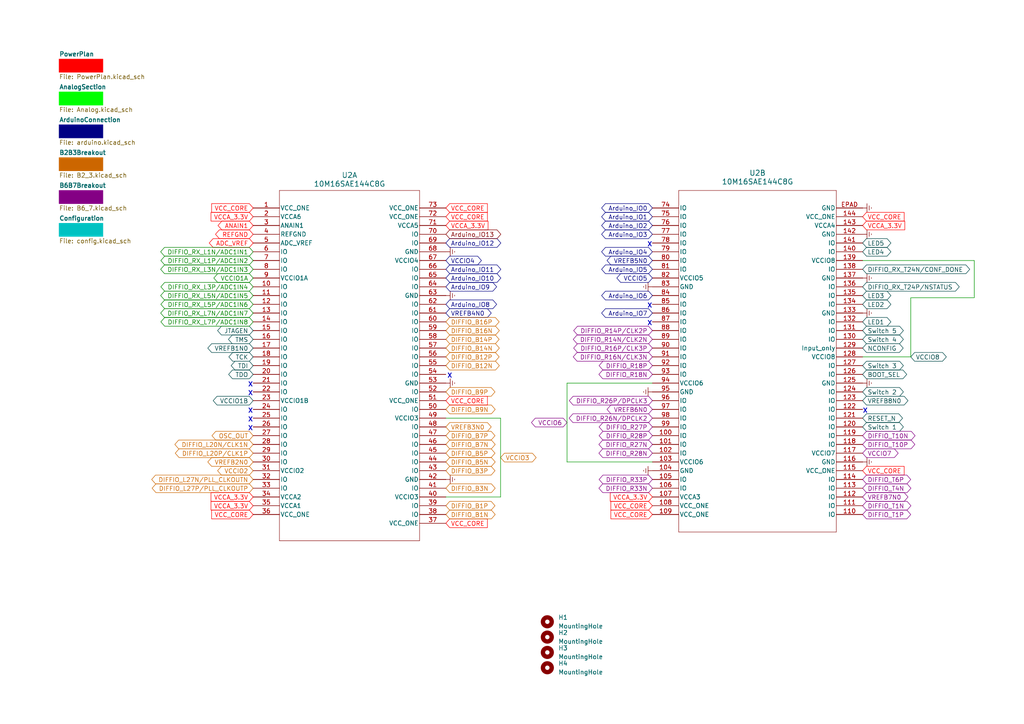
<source format=kicad_sch>
(kicad_sch
	(version 20231120)
	(generator "eeschema")
	(generator_version "8.0")
	(uuid "11f66bd9-9166-4f11-817d-b16a9eff6262")
	(paper "A4")
	(title_block
		(title "MAX10-FPGA-EVAL-BOARD")
		(company "ECE Dept. NMAMIT, Nitte")
	)
	(lib_symbols
		(symbol "10M08S-MAX10-FPGA:10M08SAE144I7G"
			(pin_names
				(offset 0.254)
			)
			(exclude_from_sim no)
			(in_bom yes)
			(on_board yes)
			(property "Reference" "U"
				(at 27.94 10.16 0)
				(effects
					(font
						(size 1.524 1.524)
					)
				)
			)
			(property "Value" "10M08SAE144I7G"
				(at 27.94 7.62 0)
				(effects
					(font
						(size 1.524 1.524)
					)
				)
			)
			(property "Footprint" "EQFP144_A:1.65-D2:5.0_INT"
				(at 0 0 0)
				(effects
					(font
						(size 1.27 1.27)
						(italic yes)
					)
					(hide yes)
				)
			)
			(property "Datasheet" "10M08SAE144I7G"
				(at 0 0 0)
				(effects
					(font
						(size 1.27 1.27)
						(italic yes)
					)
					(hide yes)
				)
			)
			(property "Description" ""
				(at 0 0 0)
				(effects
					(font
						(size 1.27 1.27)
					)
					(hide yes)
				)
			)
			(property "ki_locked" ""
				(at 0 0 0)
				(effects
					(font
						(size 1.27 1.27)
					)
				)
			)
			(property "ki_keywords" "10M08SAE144I7G"
				(at 0 0 0)
				(effects
					(font
						(size 1.27 1.27)
					)
					(hide yes)
				)
			)
			(property "ki_fp_filters" "EQFP144_A:1.65-D2:5.0_INT EQFP144_A:1.65-D2:5.0_INT-M EQFP144_A:1.65-D2:5.0_INT-L"
				(at 0 0 0)
				(effects
					(font
						(size 1.27 1.27)
					)
					(hide yes)
				)
			)
			(symbol "10M08SAE144I7G_1_1"
				(polyline
					(pts
						(xy 7.62 -96.52) (xy 48.26 -96.52)
					)
					(stroke
						(width 0.127)
						(type default)
					)
					(fill
						(type none)
					)
				)
				(polyline
					(pts
						(xy 7.62 5.08) (xy 7.62 -96.52)
					)
					(stroke
						(width 0.127)
						(type default)
					)
					(fill
						(type none)
					)
				)
				(polyline
					(pts
						(xy 48.26 -96.52) (xy 48.26 5.08)
					)
					(stroke
						(width 0.127)
						(type default)
					)
					(fill
						(type none)
					)
				)
				(polyline
					(pts
						(xy 48.26 5.08) (xy 7.62 5.08)
					)
					(stroke
						(width 0.127)
						(type default)
					)
					(fill
						(type none)
					)
				)
				(pin power_in line
					(at 0 0 0)
					(length 7.62)
					(name "VCC_ONE"
						(effects
							(font
								(size 1.27 1.27)
							)
						)
					)
					(number "1"
						(effects
							(font
								(size 1.27 1.27)
							)
						)
					)
				)
				(pin bidirectional line
					(at 0 -22.86 0)
					(length 7.62)
					(name "IO"
						(effects
							(font
								(size 1.27 1.27)
							)
						)
					)
					(number "10"
						(effects
							(font
								(size 1.27 1.27)
							)
						)
					)
				)
				(pin bidirectional line
					(at 0 -25.4 0)
					(length 7.62)
					(name "IO"
						(effects
							(font
								(size 1.27 1.27)
							)
						)
					)
					(number "11"
						(effects
							(font
								(size 1.27 1.27)
							)
						)
					)
				)
				(pin bidirectional line
					(at 0 -27.94 0)
					(length 7.62)
					(name "IO"
						(effects
							(font
								(size 1.27 1.27)
							)
						)
					)
					(number "12"
						(effects
							(font
								(size 1.27 1.27)
							)
						)
					)
				)
				(pin bidirectional line
					(at 0 -30.48 0)
					(length 7.62)
					(name "IO"
						(effects
							(font
								(size 1.27 1.27)
							)
						)
					)
					(number "13"
						(effects
							(font
								(size 1.27 1.27)
							)
						)
					)
				)
				(pin bidirectional line
					(at 0 -33.02 0)
					(length 7.62)
					(name "IO"
						(effects
							(font
								(size 1.27 1.27)
							)
						)
					)
					(number "14"
						(effects
							(font
								(size 1.27 1.27)
							)
						)
					)
				)
				(pin bidirectional line
					(at 0 -35.56 0)
					(length 7.62)
					(name "IO"
						(effects
							(font
								(size 1.27 1.27)
							)
						)
					)
					(number "15"
						(effects
							(font
								(size 1.27 1.27)
							)
						)
					)
				)
				(pin bidirectional line
					(at 0 -38.1 0)
					(length 7.62)
					(name "IO"
						(effects
							(font
								(size 1.27 1.27)
							)
						)
					)
					(number "16"
						(effects
							(font
								(size 1.27 1.27)
							)
						)
					)
				)
				(pin bidirectional line
					(at 0 -40.64 0)
					(length 7.62)
					(name "IO"
						(effects
							(font
								(size 1.27 1.27)
							)
						)
					)
					(number "17"
						(effects
							(font
								(size 1.27 1.27)
							)
						)
					)
				)
				(pin bidirectional line
					(at 0 -43.18 0)
					(length 7.62)
					(name "IO"
						(effects
							(font
								(size 1.27 1.27)
							)
						)
					)
					(number "18"
						(effects
							(font
								(size 1.27 1.27)
							)
						)
					)
				)
				(pin bidirectional line
					(at 0 -45.72 0)
					(length 7.62)
					(name "IO"
						(effects
							(font
								(size 1.27 1.27)
							)
						)
					)
					(number "19"
						(effects
							(font
								(size 1.27 1.27)
							)
						)
					)
				)
				(pin power_in line
					(at 0 -2.54 0)
					(length 7.62)
					(name "VCCA6"
						(effects
							(font
								(size 1.27 1.27)
							)
						)
					)
					(number "2"
						(effects
							(font
								(size 1.27 1.27)
							)
						)
					)
				)
				(pin bidirectional line
					(at 0 -48.26 0)
					(length 7.62)
					(name "IO"
						(effects
							(font
								(size 1.27 1.27)
							)
						)
					)
					(number "20"
						(effects
							(font
								(size 1.27 1.27)
							)
						)
					)
				)
				(pin bidirectional line
					(at 0 -50.8 0)
					(length 7.62)
					(name "IO"
						(effects
							(font
								(size 1.27 1.27)
							)
						)
					)
					(number "21"
						(effects
							(font
								(size 1.27 1.27)
							)
						)
					)
				)
				(pin bidirectional line
					(at 0 -53.34 0)
					(length 7.62)
					(name "IO"
						(effects
							(font
								(size 1.27 1.27)
							)
						)
					)
					(number "22"
						(effects
							(font
								(size 1.27 1.27)
							)
						)
					)
				)
				(pin power_in line
					(at 0 -55.88 0)
					(length 7.62)
					(name "VCCIO1B"
						(effects
							(font
								(size 1.27 1.27)
							)
						)
					)
					(number "23"
						(effects
							(font
								(size 1.27 1.27)
							)
						)
					)
				)
				(pin bidirectional line
					(at 0 -58.42 0)
					(length 7.62)
					(name "IO"
						(effects
							(font
								(size 1.27 1.27)
							)
						)
					)
					(number "24"
						(effects
							(font
								(size 1.27 1.27)
							)
						)
					)
				)
				(pin bidirectional line
					(at 0 -60.96 0)
					(length 7.62)
					(name "IO"
						(effects
							(font
								(size 1.27 1.27)
							)
						)
					)
					(number "25"
						(effects
							(font
								(size 1.27 1.27)
							)
						)
					)
				)
				(pin bidirectional line
					(at 0 -63.5 0)
					(length 7.62)
					(name "IO"
						(effects
							(font
								(size 1.27 1.27)
							)
						)
					)
					(number "26"
						(effects
							(font
								(size 1.27 1.27)
							)
						)
					)
				)
				(pin bidirectional line
					(at 0 -66.04 0)
					(length 7.62)
					(name "IO"
						(effects
							(font
								(size 1.27 1.27)
							)
						)
					)
					(number "27"
						(effects
							(font
								(size 1.27 1.27)
							)
						)
					)
				)
				(pin bidirectional line
					(at 0 -68.58 0)
					(length 7.62)
					(name "IO"
						(effects
							(font
								(size 1.27 1.27)
							)
						)
					)
					(number "28"
						(effects
							(font
								(size 1.27 1.27)
							)
						)
					)
				)
				(pin bidirectional line
					(at 0 -71.12 0)
					(length 7.62)
					(name "IO"
						(effects
							(font
								(size 1.27 1.27)
							)
						)
					)
					(number "29"
						(effects
							(font
								(size 1.27 1.27)
							)
						)
					)
				)
				(pin input line
					(at 0 -5.08 0)
					(length 7.62)
					(name "ANAIN1"
						(effects
							(font
								(size 1.27 1.27)
							)
						)
					)
					(number "3"
						(effects
							(font
								(size 1.27 1.27)
							)
						)
					)
				)
				(pin bidirectional line
					(at 0 -73.66 0)
					(length 7.62)
					(name "IO"
						(effects
							(font
								(size 1.27 1.27)
							)
						)
					)
					(number "30"
						(effects
							(font
								(size 1.27 1.27)
							)
						)
					)
				)
				(pin power_in line
					(at 0 -76.2 0)
					(length 7.62)
					(name "VCCIO2"
						(effects
							(font
								(size 1.27 1.27)
							)
						)
					)
					(number "31"
						(effects
							(font
								(size 1.27 1.27)
							)
						)
					)
				)
				(pin bidirectional line
					(at 0 -78.74 0)
					(length 7.62)
					(name "IO"
						(effects
							(font
								(size 1.27 1.27)
							)
						)
					)
					(number "32"
						(effects
							(font
								(size 1.27 1.27)
							)
						)
					)
				)
				(pin bidirectional line
					(at 0 -81.28 0)
					(length 7.62)
					(name "IO"
						(effects
							(font
								(size 1.27 1.27)
							)
						)
					)
					(number "33"
						(effects
							(font
								(size 1.27 1.27)
							)
						)
					)
				)
				(pin power_in line
					(at 0 -83.82 0)
					(length 7.62)
					(name "VCCA2"
						(effects
							(font
								(size 1.27 1.27)
							)
						)
					)
					(number "34"
						(effects
							(font
								(size 1.27 1.27)
							)
						)
					)
				)
				(pin power_in line
					(at 0 -86.36 0)
					(length 7.62)
					(name "VCCA1"
						(effects
							(font
								(size 1.27 1.27)
							)
						)
					)
					(number "35"
						(effects
							(font
								(size 1.27 1.27)
							)
						)
					)
				)
				(pin power_in line
					(at 0 -88.9 0)
					(length 7.62)
					(name "VCC_ONE"
						(effects
							(font
								(size 1.27 1.27)
							)
						)
					)
					(number "36"
						(effects
							(font
								(size 1.27 1.27)
							)
						)
					)
				)
				(pin power_in line
					(at 55.88 -91.44 180)
					(length 7.62)
					(name "VCC_ONE"
						(effects
							(font
								(size 1.27 1.27)
							)
						)
					)
					(number "37"
						(effects
							(font
								(size 1.27 1.27)
							)
						)
					)
				)
				(pin bidirectional line
					(at 55.88 -88.9 180)
					(length 7.62)
					(name "IO"
						(effects
							(font
								(size 1.27 1.27)
							)
						)
					)
					(number "38"
						(effects
							(font
								(size 1.27 1.27)
							)
						)
					)
				)
				(pin bidirectional line
					(at 55.88 -86.36 180)
					(length 7.62)
					(name "IO"
						(effects
							(font
								(size 1.27 1.27)
							)
						)
					)
					(number "39"
						(effects
							(font
								(size 1.27 1.27)
							)
						)
					)
				)
				(pin power_out line
					(at 0 -7.62 0)
					(length 7.62)
					(name "REFGND"
						(effects
							(font
								(size 1.27 1.27)
							)
						)
					)
					(number "4"
						(effects
							(font
								(size 1.27 1.27)
							)
						)
					)
				)
				(pin power_in line
					(at 55.88 -83.82 180)
					(length 7.62)
					(name "VCCIO3"
						(effects
							(font
								(size 1.27 1.27)
							)
						)
					)
					(number "40"
						(effects
							(font
								(size 1.27 1.27)
							)
						)
					)
				)
				(pin bidirectional line
					(at 55.88 -81.28 180)
					(length 7.62)
					(name "IO"
						(effects
							(font
								(size 1.27 1.27)
							)
						)
					)
					(number "41"
						(effects
							(font
								(size 1.27 1.27)
							)
						)
					)
				)
				(pin power_out line
					(at 55.88 -78.74 180)
					(length 7.62)
					(name "GND"
						(effects
							(font
								(size 1.27 1.27)
							)
						)
					)
					(number "42"
						(effects
							(font
								(size 1.27 1.27)
							)
						)
					)
				)
				(pin bidirectional line
					(at 55.88 -76.2 180)
					(length 7.62)
					(name "IO"
						(effects
							(font
								(size 1.27 1.27)
							)
						)
					)
					(number "43"
						(effects
							(font
								(size 1.27 1.27)
							)
						)
					)
				)
				(pin bidirectional line
					(at 55.88 -73.66 180)
					(length 7.62)
					(name "IO"
						(effects
							(font
								(size 1.27 1.27)
							)
						)
					)
					(number "44"
						(effects
							(font
								(size 1.27 1.27)
							)
						)
					)
				)
				(pin bidirectional line
					(at 55.88 -71.12 180)
					(length 7.62)
					(name "IO"
						(effects
							(font
								(size 1.27 1.27)
							)
						)
					)
					(number "45"
						(effects
							(font
								(size 1.27 1.27)
							)
						)
					)
				)
				(pin bidirectional line
					(at 55.88 -68.58 180)
					(length 7.62)
					(name "IO"
						(effects
							(font
								(size 1.27 1.27)
							)
						)
					)
					(number "46"
						(effects
							(font
								(size 1.27 1.27)
							)
						)
					)
				)
				(pin bidirectional line
					(at 55.88 -66.04 180)
					(length 7.62)
					(name "IO"
						(effects
							(font
								(size 1.27 1.27)
							)
						)
					)
					(number "47"
						(effects
							(font
								(size 1.27 1.27)
							)
						)
					)
				)
				(pin bidirectional line
					(at 55.88 -63.5 180)
					(length 7.62)
					(name "IO"
						(effects
							(font
								(size 1.27 1.27)
							)
						)
					)
					(number "48"
						(effects
							(font
								(size 1.27 1.27)
							)
						)
					)
				)
				(pin power_in line
					(at 55.88 -60.96 180)
					(length 7.62)
					(name "VCCIO3"
						(effects
							(font
								(size 1.27 1.27)
							)
						)
					)
					(number "49"
						(effects
							(font
								(size 1.27 1.27)
							)
						)
					)
				)
				(pin power_in line
					(at 0 -10.16 0)
					(length 7.62)
					(name "ADC_VREF"
						(effects
							(font
								(size 1.27 1.27)
							)
						)
					)
					(number "5"
						(effects
							(font
								(size 1.27 1.27)
							)
						)
					)
				)
				(pin bidirectional line
					(at 55.88 -58.42 180)
					(length 7.62)
					(name "IO"
						(effects
							(font
								(size 1.27 1.27)
							)
						)
					)
					(number "50"
						(effects
							(font
								(size 1.27 1.27)
							)
						)
					)
				)
				(pin power_in line
					(at 55.88 -55.88 180)
					(length 7.62)
					(name "VCC_ONE"
						(effects
							(font
								(size 1.27 1.27)
							)
						)
					)
					(number "51"
						(effects
							(font
								(size 1.27 1.27)
							)
						)
					)
				)
				(pin bidirectional line
					(at 55.88 -53.34 180)
					(length 7.62)
					(name "IO"
						(effects
							(font
								(size 1.27 1.27)
							)
						)
					)
					(number "52"
						(effects
							(font
								(size 1.27 1.27)
							)
						)
					)
				)
				(pin power_out line
					(at 55.88 -50.8 180)
					(length 7.62)
					(name "GND"
						(effects
							(font
								(size 1.27 1.27)
							)
						)
					)
					(number "53"
						(effects
							(font
								(size 1.27 1.27)
							)
						)
					)
				)
				(pin bidirectional line
					(at 55.88 -48.26 180)
					(length 7.62)
					(name "IO"
						(effects
							(font
								(size 1.27 1.27)
							)
						)
					)
					(number "54"
						(effects
							(font
								(size 1.27 1.27)
							)
						)
					)
				)
				(pin bidirectional line
					(at 55.88 -45.72 180)
					(length 7.62)
					(name "IO"
						(effects
							(font
								(size 1.27 1.27)
							)
						)
					)
					(number "55"
						(effects
							(font
								(size 1.27 1.27)
							)
						)
					)
				)
				(pin bidirectional line
					(at 55.88 -43.18 180)
					(length 7.62)
					(name "IO"
						(effects
							(font
								(size 1.27 1.27)
							)
						)
					)
					(number "56"
						(effects
							(font
								(size 1.27 1.27)
							)
						)
					)
				)
				(pin bidirectional line
					(at 55.88 -40.64 180)
					(length 7.62)
					(name "IO"
						(effects
							(font
								(size 1.27 1.27)
							)
						)
					)
					(number "57"
						(effects
							(font
								(size 1.27 1.27)
							)
						)
					)
				)
				(pin bidirectional line
					(at 55.88 -38.1 180)
					(length 7.62)
					(name "IO"
						(effects
							(font
								(size 1.27 1.27)
							)
						)
					)
					(number "58"
						(effects
							(font
								(size 1.27 1.27)
							)
						)
					)
				)
				(pin bidirectional line
					(at 55.88 -35.56 180)
					(length 7.62)
					(name "IO"
						(effects
							(font
								(size 1.27 1.27)
							)
						)
					)
					(number "59"
						(effects
							(font
								(size 1.27 1.27)
							)
						)
					)
				)
				(pin bidirectional line
					(at 0 -12.7 0)
					(length 7.62)
					(name "IO"
						(effects
							(font
								(size 1.27 1.27)
							)
						)
					)
					(number "6"
						(effects
							(font
								(size 1.27 1.27)
							)
						)
					)
				)
				(pin bidirectional line
					(at 55.88 -33.02 180)
					(length 7.62)
					(name "IO"
						(effects
							(font
								(size 1.27 1.27)
							)
						)
					)
					(number "60"
						(effects
							(font
								(size 1.27 1.27)
							)
						)
					)
				)
				(pin bidirectional line
					(at 55.88 -30.48 180)
					(length 7.62)
					(name "IO"
						(effects
							(font
								(size 1.27 1.27)
							)
						)
					)
					(number "61"
						(effects
							(font
								(size 1.27 1.27)
							)
						)
					)
				)
				(pin bidirectional line
					(at 55.88 -27.94 180)
					(length 7.62)
					(name "IO"
						(effects
							(font
								(size 1.27 1.27)
							)
						)
					)
					(number "62"
						(effects
							(font
								(size 1.27 1.27)
							)
						)
					)
				)
				(pin power_out line
					(at 55.88 -25.4 180)
					(length 7.62)
					(name "GND"
						(effects
							(font
								(size 1.27 1.27)
							)
						)
					)
					(number "63"
						(effects
							(font
								(size 1.27 1.27)
							)
						)
					)
				)
				(pin bidirectional line
					(at 55.88 -22.86 180)
					(length 7.62)
					(name "IO"
						(effects
							(font
								(size 1.27 1.27)
							)
						)
					)
					(number "64"
						(effects
							(font
								(size 1.27 1.27)
							)
						)
					)
				)
				(pin bidirectional line
					(at 55.88 -20.32 180)
					(length 7.62)
					(name "IO"
						(effects
							(font
								(size 1.27 1.27)
							)
						)
					)
					(number "65"
						(effects
							(font
								(size 1.27 1.27)
							)
						)
					)
				)
				(pin bidirectional line
					(at 55.88 -17.78 180)
					(length 7.62)
					(name "IO"
						(effects
							(font
								(size 1.27 1.27)
							)
						)
					)
					(number "66"
						(effects
							(font
								(size 1.27 1.27)
							)
						)
					)
				)
				(pin power_in line
					(at 55.88 -15.24 180)
					(length 7.62)
					(name "VCCIO4"
						(effects
							(font
								(size 1.27 1.27)
							)
						)
					)
					(number "67"
						(effects
							(font
								(size 1.27 1.27)
							)
						)
					)
				)
				(pin power_out line
					(at 55.88 -12.7 180)
					(length 7.62)
					(name "GND"
						(effects
							(font
								(size 1.27 1.27)
							)
						)
					)
					(number "68"
						(effects
							(font
								(size 1.27 1.27)
							)
						)
					)
				)
				(pin bidirectional line
					(at 55.88 -10.16 180)
					(length 7.62)
					(name "IO"
						(effects
							(font
								(size 1.27 1.27)
							)
						)
					)
					(number "69"
						(effects
							(font
								(size 1.27 1.27)
							)
						)
					)
				)
				(pin bidirectional line
					(at 0 -15.24 0)
					(length 7.62)
					(name "IO"
						(effects
							(font
								(size 1.27 1.27)
							)
						)
					)
					(number "7"
						(effects
							(font
								(size 1.27 1.27)
							)
						)
					)
				)
				(pin bidirectional line
					(at 55.88 -7.62 180)
					(length 7.62)
					(name "IO"
						(effects
							(font
								(size 1.27 1.27)
							)
						)
					)
					(number "70"
						(effects
							(font
								(size 1.27 1.27)
							)
						)
					)
				)
				(pin power_in line
					(at 55.88 -5.08 180)
					(length 7.62)
					(name "VCCA5"
						(effects
							(font
								(size 1.27 1.27)
							)
						)
					)
					(number "71"
						(effects
							(font
								(size 1.27 1.27)
							)
						)
					)
				)
				(pin power_in line
					(at 55.88 -2.54 180)
					(length 7.62)
					(name "VCC_ONE"
						(effects
							(font
								(size 1.27 1.27)
							)
						)
					)
					(number "72"
						(effects
							(font
								(size 1.27 1.27)
							)
						)
					)
				)
				(pin power_in line
					(at 55.88 0 180)
					(length 7.62)
					(name "VCC_ONE"
						(effects
							(font
								(size 1.27 1.27)
							)
						)
					)
					(number "73"
						(effects
							(font
								(size 1.27 1.27)
							)
						)
					)
				)
				(pin bidirectional line
					(at 0 -17.78 0)
					(length 7.62)
					(name "IO"
						(effects
							(font
								(size 1.27 1.27)
							)
						)
					)
					(number "8"
						(effects
							(font
								(size 1.27 1.27)
							)
						)
					)
				)
				(pin power_in line
					(at 0 -20.32 0)
					(length 7.62)
					(name "VCCIO1A"
						(effects
							(font
								(size 1.27 1.27)
							)
						)
					)
					(number "9"
						(effects
							(font
								(size 1.27 1.27)
							)
						)
					)
				)
			)
			(symbol "10M08SAE144I7G_2_1"
				(polyline
					(pts
						(xy 7.62 -93.98) (xy 53.34 -93.98)
					)
					(stroke
						(width 0.127)
						(type default)
					)
					(fill
						(type none)
					)
				)
				(polyline
					(pts
						(xy 7.62 5.08) (xy 7.62 -93.98)
					)
					(stroke
						(width 0.127)
						(type default)
					)
					(fill
						(type none)
					)
				)
				(polyline
					(pts
						(xy 53.34 -93.98) (xy 53.34 5.08)
					)
					(stroke
						(width 0.127)
						(type default)
					)
					(fill
						(type none)
					)
				)
				(polyline
					(pts
						(xy 53.34 5.08) (xy 7.62 5.08)
					)
					(stroke
						(width 0.127)
						(type default)
					)
					(fill
						(type none)
					)
				)
				(pin bidirectional line
					(at 0 -66.04 0)
					(length 7.62)
					(name "IO"
						(effects
							(font
								(size 1.27 1.27)
							)
						)
					)
					(number "100"
						(effects
							(font
								(size 1.27 1.27)
							)
						)
					)
				)
				(pin bidirectional line
					(at 0 -68.58 0)
					(length 7.62)
					(name "IO"
						(effects
							(font
								(size 1.27 1.27)
							)
						)
					)
					(number "101"
						(effects
							(font
								(size 1.27 1.27)
							)
						)
					)
				)
				(pin bidirectional line
					(at 0 -71.12 0)
					(length 7.62)
					(name "IO"
						(effects
							(font
								(size 1.27 1.27)
							)
						)
					)
					(number "102"
						(effects
							(font
								(size 1.27 1.27)
							)
						)
					)
				)
				(pin power_in line
					(at 0 -73.66 0)
					(length 7.62)
					(name "VCCIO6"
						(effects
							(font
								(size 1.27 1.27)
							)
						)
					)
					(number "103"
						(effects
							(font
								(size 1.27 1.27)
							)
						)
					)
				)
				(pin power_out line
					(at 0 -76.2 0)
					(length 7.62)
					(name "GND"
						(effects
							(font
								(size 1.27 1.27)
							)
						)
					)
					(number "104"
						(effects
							(font
								(size 1.27 1.27)
							)
						)
					)
				)
				(pin bidirectional line
					(at 0 -78.74 0)
					(length 7.62)
					(name "IO"
						(effects
							(font
								(size 1.27 1.27)
							)
						)
					)
					(number "105"
						(effects
							(font
								(size 1.27 1.27)
							)
						)
					)
				)
				(pin bidirectional line
					(at 0 -81.28 0)
					(length 7.62)
					(name "IO"
						(effects
							(font
								(size 1.27 1.27)
							)
						)
					)
					(number "106"
						(effects
							(font
								(size 1.27 1.27)
							)
						)
					)
				)
				(pin power_in line
					(at 0 -83.82 0)
					(length 7.62)
					(name "VCCA3"
						(effects
							(font
								(size 1.27 1.27)
							)
						)
					)
					(number "107"
						(effects
							(font
								(size 1.27 1.27)
							)
						)
					)
				)
				(pin power_in line
					(at 0 -86.36 0)
					(length 7.62)
					(name "VCC_ONE"
						(effects
							(font
								(size 1.27 1.27)
							)
						)
					)
					(number "108"
						(effects
							(font
								(size 1.27 1.27)
							)
						)
					)
				)
				(pin power_in line
					(at 0 -88.9 0)
					(length 7.62)
					(name "VCC_ONE"
						(effects
							(font
								(size 1.27 1.27)
							)
						)
					)
					(number "109"
						(effects
							(font
								(size 1.27 1.27)
							)
						)
					)
				)
				(pin bidirectional line
					(at 60.96 -88.9 180)
					(length 7.62)
					(name "IO"
						(effects
							(font
								(size 1.27 1.27)
							)
						)
					)
					(number "110"
						(effects
							(font
								(size 1.27 1.27)
							)
						)
					)
				)
				(pin bidirectional line
					(at 60.96 -86.36 180)
					(length 7.62)
					(name "IO"
						(effects
							(font
								(size 1.27 1.27)
							)
						)
					)
					(number "111"
						(effects
							(font
								(size 1.27 1.27)
							)
						)
					)
				)
				(pin bidirectional line
					(at 60.96 -83.82 180)
					(length 7.62)
					(name "IO"
						(effects
							(font
								(size 1.27 1.27)
							)
						)
					)
					(number "112"
						(effects
							(font
								(size 1.27 1.27)
							)
						)
					)
				)
				(pin bidirectional line
					(at 60.96 -81.28 180)
					(length 7.62)
					(name "IO"
						(effects
							(font
								(size 1.27 1.27)
							)
						)
					)
					(number "113"
						(effects
							(font
								(size 1.27 1.27)
							)
						)
					)
				)
				(pin bidirectional line
					(at 60.96 -78.74 180)
					(length 7.62)
					(name "IO"
						(effects
							(font
								(size 1.27 1.27)
							)
						)
					)
					(number "114"
						(effects
							(font
								(size 1.27 1.27)
							)
						)
					)
				)
				(pin power_in line
					(at 60.96 -76.2 180)
					(length 7.62)
					(name "VCC_ONE"
						(effects
							(font
								(size 1.27 1.27)
							)
						)
					)
					(number "115"
						(effects
							(font
								(size 1.27 1.27)
							)
						)
					)
				)
				(pin power_out line
					(at 60.96 -73.66 180)
					(length 7.62)
					(name "GND"
						(effects
							(font
								(size 1.27 1.27)
							)
						)
					)
					(number "116"
						(effects
							(font
								(size 1.27 1.27)
							)
						)
					)
				)
				(pin power_in line
					(at 60.96 -71.12 180)
					(length 7.62)
					(name "VCCIO7"
						(effects
							(font
								(size 1.27 1.27)
							)
						)
					)
					(number "117"
						(effects
							(font
								(size 1.27 1.27)
							)
						)
					)
				)
				(pin bidirectional line
					(at 60.96 -68.58 180)
					(length 7.62)
					(name "IO"
						(effects
							(font
								(size 1.27 1.27)
							)
						)
					)
					(number "118"
						(effects
							(font
								(size 1.27 1.27)
							)
						)
					)
				)
				(pin bidirectional line
					(at 60.96 -66.04 180)
					(length 7.62)
					(name "IO"
						(effects
							(font
								(size 1.27 1.27)
							)
						)
					)
					(number "119"
						(effects
							(font
								(size 1.27 1.27)
							)
						)
					)
				)
				(pin bidirectional line
					(at 60.96 -63.5 180)
					(length 7.62)
					(name "IO"
						(effects
							(font
								(size 1.27 1.27)
							)
						)
					)
					(number "120"
						(effects
							(font
								(size 1.27 1.27)
							)
						)
					)
				)
				(pin bidirectional line
					(at 60.96 -60.96 180)
					(length 7.62)
					(name "IO"
						(effects
							(font
								(size 1.27 1.27)
							)
						)
					)
					(number "121"
						(effects
							(font
								(size 1.27 1.27)
							)
						)
					)
				)
				(pin bidirectional line
					(at 60.96 -58.42 180)
					(length 7.62)
					(name "IO"
						(effects
							(font
								(size 1.27 1.27)
							)
						)
					)
					(number "122"
						(effects
							(font
								(size 1.27 1.27)
							)
						)
					)
				)
				(pin bidirectional line
					(at 60.96 -55.88 180)
					(length 7.62)
					(name "IO"
						(effects
							(font
								(size 1.27 1.27)
							)
						)
					)
					(number "123"
						(effects
							(font
								(size 1.27 1.27)
							)
						)
					)
				)
				(pin bidirectional line
					(at 60.96 -53.34 180)
					(length 7.62)
					(name "IO"
						(effects
							(font
								(size 1.27 1.27)
							)
						)
					)
					(number "124"
						(effects
							(font
								(size 1.27 1.27)
							)
						)
					)
				)
				(pin power_out line
					(at 60.96 -50.8 180)
					(length 7.62)
					(name "GND"
						(effects
							(font
								(size 1.27 1.27)
							)
						)
					)
					(number "125"
						(effects
							(font
								(size 1.27 1.27)
							)
						)
					)
				)
				(pin bidirectional line
					(at 60.96 -48.26 180)
					(length 7.62)
					(name "IO"
						(effects
							(font
								(size 1.27 1.27)
							)
						)
					)
					(number "126"
						(effects
							(font
								(size 1.27 1.27)
							)
						)
					)
				)
				(pin bidirectional line
					(at 60.96 -45.72 180)
					(length 7.62)
					(name "IO"
						(effects
							(font
								(size 1.27 1.27)
							)
						)
					)
					(number "127"
						(effects
							(font
								(size 1.27 1.27)
							)
						)
					)
				)
				(pin power_in line
					(at 60.96 -43.18 180)
					(length 7.62)
					(name "VCCIO8"
						(effects
							(font
								(size 1.27 1.27)
							)
						)
					)
					(number "128"
						(effects
							(font
								(size 1.27 1.27)
							)
						)
					)
				)
				(pin input line
					(at 60.96 -40.64 180)
					(length 7.62)
					(name "Input_only"
						(effects
							(font
								(size 1.27 1.27)
							)
						)
					)
					(number "129"
						(effects
							(font
								(size 1.27 1.27)
							)
						)
					)
				)
				(pin bidirectional line
					(at 60.96 -38.1 180)
					(length 7.62)
					(name "IO"
						(effects
							(font
								(size 1.27 1.27)
							)
						)
					)
					(number "130"
						(effects
							(font
								(size 1.27 1.27)
							)
						)
					)
				)
				(pin bidirectional line
					(at 60.96 -35.56 180)
					(length 7.62)
					(name "IO"
						(effects
							(font
								(size 1.27 1.27)
							)
						)
					)
					(number "131"
						(effects
							(font
								(size 1.27 1.27)
							)
						)
					)
				)
				(pin bidirectional line
					(at 60.96 -33.02 180)
					(length 7.62)
					(name "IO"
						(effects
							(font
								(size 1.27 1.27)
							)
						)
					)
					(number "132"
						(effects
							(font
								(size 1.27 1.27)
							)
						)
					)
				)
				(pin power_out line
					(at 60.96 -30.48 180)
					(length 7.62)
					(name "GND"
						(effects
							(font
								(size 1.27 1.27)
							)
						)
					)
					(number "133"
						(effects
							(font
								(size 1.27 1.27)
							)
						)
					)
				)
				(pin bidirectional line
					(at 60.96 -27.94 180)
					(length 7.62)
					(name "IO"
						(effects
							(font
								(size 1.27 1.27)
							)
						)
					)
					(number "134"
						(effects
							(font
								(size 1.27 1.27)
							)
						)
					)
				)
				(pin bidirectional line
					(at 60.96 -25.4 180)
					(length 7.62)
					(name "IO"
						(effects
							(font
								(size 1.27 1.27)
							)
						)
					)
					(number "135"
						(effects
							(font
								(size 1.27 1.27)
							)
						)
					)
				)
				(pin bidirectional line
					(at 60.96 -22.86 180)
					(length 7.62)
					(name "IO"
						(effects
							(font
								(size 1.27 1.27)
							)
						)
					)
					(number "136"
						(effects
							(font
								(size 1.27 1.27)
							)
						)
					)
				)
				(pin power_out line
					(at 60.96 -20.32 180)
					(length 7.62)
					(name "GND"
						(effects
							(font
								(size 1.27 1.27)
							)
						)
					)
					(number "137"
						(effects
							(font
								(size 1.27 1.27)
							)
						)
					)
				)
				(pin bidirectional line
					(at 60.96 -17.78 180)
					(length 7.62)
					(name "IO"
						(effects
							(font
								(size 1.27 1.27)
							)
						)
					)
					(number "138"
						(effects
							(font
								(size 1.27 1.27)
							)
						)
					)
				)
				(pin power_in line
					(at 60.96 -15.24 180)
					(length 7.62)
					(name "VCCIO8"
						(effects
							(font
								(size 1.27 1.27)
							)
						)
					)
					(number "139"
						(effects
							(font
								(size 1.27 1.27)
							)
						)
					)
				)
				(pin bidirectional line
					(at 60.96 -12.7 180)
					(length 7.62)
					(name "IO"
						(effects
							(font
								(size 1.27 1.27)
							)
						)
					)
					(number "140"
						(effects
							(font
								(size 1.27 1.27)
							)
						)
					)
				)
				(pin bidirectional line
					(at 60.96 -10.16 180)
					(length 7.62)
					(name "IO"
						(effects
							(font
								(size 1.27 1.27)
							)
						)
					)
					(number "141"
						(effects
							(font
								(size 1.27 1.27)
							)
						)
					)
				)
				(pin power_out line
					(at 60.96 -7.62 180)
					(length 7.62)
					(name "GND"
						(effects
							(font
								(size 1.27 1.27)
							)
						)
					)
					(number "142"
						(effects
							(font
								(size 1.27 1.27)
							)
						)
					)
				)
				(pin power_in line
					(at 60.96 -5.08 180)
					(length 7.62)
					(name "VCCA4"
						(effects
							(font
								(size 1.27 1.27)
							)
						)
					)
					(number "143"
						(effects
							(font
								(size 1.27 1.27)
							)
						)
					)
				)
				(pin power_in line
					(at 60.96 -2.54 180)
					(length 7.62)
					(name "VCC_ONE"
						(effects
							(font
								(size 1.27 1.27)
							)
						)
					)
					(number "144"
						(effects
							(font
								(size 1.27 1.27)
							)
						)
					)
				)
				(pin bidirectional line
					(at 0 0 0)
					(length 7.62)
					(name "IO"
						(effects
							(font
								(size 1.27 1.27)
							)
						)
					)
					(number "74"
						(effects
							(font
								(size 1.27 1.27)
							)
						)
					)
				)
				(pin bidirectional line
					(at 0 -2.54 0)
					(length 7.62)
					(name "IO"
						(effects
							(font
								(size 1.27 1.27)
							)
						)
					)
					(number "75"
						(effects
							(font
								(size 1.27 1.27)
							)
						)
					)
				)
				(pin bidirectional line
					(at 0 -5.08 0)
					(length 7.62)
					(name "IO"
						(effects
							(font
								(size 1.27 1.27)
							)
						)
					)
					(number "76"
						(effects
							(font
								(size 1.27 1.27)
							)
						)
					)
				)
				(pin bidirectional line
					(at 0 -7.62 0)
					(length 7.62)
					(name "IO"
						(effects
							(font
								(size 1.27 1.27)
							)
						)
					)
					(number "77"
						(effects
							(font
								(size 1.27 1.27)
							)
						)
					)
				)
				(pin bidirectional line
					(at 0 -10.16 0)
					(length 7.62)
					(name "IO"
						(effects
							(font
								(size 1.27 1.27)
							)
						)
					)
					(number "78"
						(effects
							(font
								(size 1.27 1.27)
							)
						)
					)
				)
				(pin bidirectional line
					(at 0 -12.7 0)
					(length 7.62)
					(name "IO"
						(effects
							(font
								(size 1.27 1.27)
							)
						)
					)
					(number "79"
						(effects
							(font
								(size 1.27 1.27)
							)
						)
					)
				)
				(pin bidirectional line
					(at 0 -15.24 0)
					(length 7.62)
					(name "IO"
						(effects
							(font
								(size 1.27 1.27)
							)
						)
					)
					(number "80"
						(effects
							(font
								(size 1.27 1.27)
							)
						)
					)
				)
				(pin bidirectional line
					(at 0 -17.78 0)
					(length 7.62)
					(name "IO"
						(effects
							(font
								(size 1.27 1.27)
							)
						)
					)
					(number "81"
						(effects
							(font
								(size 1.27 1.27)
							)
						)
					)
				)
				(pin power_in line
					(at 0 -20.32 0)
					(length 7.62)
					(name "VCCIO5"
						(effects
							(font
								(size 1.27 1.27)
							)
						)
					)
					(number "82"
						(effects
							(font
								(size 1.27 1.27)
							)
						)
					)
				)
				(pin power_out line
					(at 0 -22.86 0)
					(length 7.62)
					(name "GND"
						(effects
							(font
								(size 1.27 1.27)
							)
						)
					)
					(number "83"
						(effects
							(font
								(size 1.27 1.27)
							)
						)
					)
				)
				(pin bidirectional line
					(at 0 -25.4 0)
					(length 7.62)
					(name "IO"
						(effects
							(font
								(size 1.27 1.27)
							)
						)
					)
					(number "84"
						(effects
							(font
								(size 1.27 1.27)
							)
						)
					)
				)
				(pin bidirectional line
					(at 0 -27.94 0)
					(length 7.62)
					(name "IO"
						(effects
							(font
								(size 1.27 1.27)
							)
						)
					)
					(number "85"
						(effects
							(font
								(size 1.27 1.27)
							)
						)
					)
				)
				(pin bidirectional line
					(at 0 -30.48 0)
					(length 7.62)
					(name "IO"
						(effects
							(font
								(size 1.27 1.27)
							)
						)
					)
					(number "86"
						(effects
							(font
								(size 1.27 1.27)
							)
						)
					)
				)
				(pin bidirectional line
					(at 0 -33.02 0)
					(length 7.62)
					(name "IO"
						(effects
							(font
								(size 1.27 1.27)
							)
						)
					)
					(number "87"
						(effects
							(font
								(size 1.27 1.27)
							)
						)
					)
				)
				(pin bidirectional line
					(at 0 -35.56 0)
					(length 7.62)
					(name "IO"
						(effects
							(font
								(size 1.27 1.27)
							)
						)
					)
					(number "88"
						(effects
							(font
								(size 1.27 1.27)
							)
						)
					)
				)
				(pin bidirectional line
					(at 0 -38.1 0)
					(length 7.62)
					(name "IO"
						(effects
							(font
								(size 1.27 1.27)
							)
						)
					)
					(number "89"
						(effects
							(font
								(size 1.27 1.27)
							)
						)
					)
				)
				(pin bidirectional line
					(at 0 -40.64 0)
					(length 7.62)
					(name "IO"
						(effects
							(font
								(size 1.27 1.27)
							)
						)
					)
					(number "90"
						(effects
							(font
								(size 1.27 1.27)
							)
						)
					)
				)
				(pin bidirectional line
					(at 0 -43.18 0)
					(length 7.62)
					(name "IO"
						(effects
							(font
								(size 1.27 1.27)
							)
						)
					)
					(number "91"
						(effects
							(font
								(size 1.27 1.27)
							)
						)
					)
				)
				(pin bidirectional line
					(at 0 -45.72 0)
					(length 7.62)
					(name "IO"
						(effects
							(font
								(size 1.27 1.27)
							)
						)
					)
					(number "92"
						(effects
							(font
								(size 1.27 1.27)
							)
						)
					)
				)
				(pin bidirectional line
					(at 0 -48.26 0)
					(length 7.62)
					(name "IO"
						(effects
							(font
								(size 1.27 1.27)
							)
						)
					)
					(number "93"
						(effects
							(font
								(size 1.27 1.27)
							)
						)
					)
				)
				(pin power_in line
					(at 0 -50.8 0)
					(length 7.62)
					(name "VCCIO6"
						(effects
							(font
								(size 1.27 1.27)
							)
						)
					)
					(number "94"
						(effects
							(font
								(size 1.27 1.27)
							)
						)
					)
				)
				(pin power_out line
					(at 0 -53.34 0)
					(length 7.62)
					(name "GND"
						(effects
							(font
								(size 1.27 1.27)
							)
						)
					)
					(number "95"
						(effects
							(font
								(size 1.27 1.27)
							)
						)
					)
				)
				(pin bidirectional line
					(at 0 -55.88 0)
					(length 7.62)
					(name "IO"
						(effects
							(font
								(size 1.27 1.27)
							)
						)
					)
					(number "96"
						(effects
							(font
								(size 1.27 1.27)
							)
						)
					)
				)
				(pin bidirectional line
					(at 0 -58.42 0)
					(length 7.62)
					(name "IO"
						(effects
							(font
								(size 1.27 1.27)
							)
						)
					)
					(number "97"
						(effects
							(font
								(size 1.27 1.27)
							)
						)
					)
				)
				(pin bidirectional line
					(at 0 -60.96 0)
					(length 7.62)
					(name "IO"
						(effects
							(font
								(size 1.27 1.27)
							)
						)
					)
					(number "98"
						(effects
							(font
								(size 1.27 1.27)
							)
						)
					)
				)
				(pin bidirectional line
					(at 0 -63.5 0)
					(length 7.62)
					(name "IO"
						(effects
							(font
								(size 1.27 1.27)
							)
						)
					)
					(number "99"
						(effects
							(font
								(size 1.27 1.27)
							)
						)
					)
				)
				(pin power_out line
					(at 60.96 0 180)
					(length 7.62)
					(name "GND"
						(effects
							(font
								(size 1.27 1.27)
							)
						)
					)
					(number "EPAD"
						(effects
							(font
								(size 1.27 1.27)
							)
						)
					)
				)
			)
		)
		(symbol "Mechanical:MountingHole"
			(pin_names
				(offset 1.016)
			)
			(exclude_from_sim no)
			(in_bom yes)
			(on_board yes)
			(property "Reference" "H"
				(at 0 5.08 0)
				(effects
					(font
						(size 1.27 1.27)
					)
				)
			)
			(property "Value" "MountingHole"
				(at 0 3.175 0)
				(effects
					(font
						(size 1.27 1.27)
					)
				)
			)
			(property "Footprint" ""
				(at 0 0 0)
				(effects
					(font
						(size 1.27 1.27)
					)
					(hide yes)
				)
			)
			(property "Datasheet" "~"
				(at 0 0 0)
				(effects
					(font
						(size 1.27 1.27)
					)
					(hide yes)
				)
			)
			(property "Description" "Mounting Hole without connection"
				(at 0 0 0)
				(effects
					(font
						(size 1.27 1.27)
					)
					(hide yes)
				)
			)
			(property "ki_keywords" "mounting hole"
				(at 0 0 0)
				(effects
					(font
						(size 1.27 1.27)
					)
					(hide yes)
				)
			)
			(property "ki_fp_filters" "MountingHole*"
				(at 0 0 0)
				(effects
					(font
						(size 1.27 1.27)
					)
					(hide yes)
				)
			)
			(symbol "MountingHole_0_1"
				(circle
					(center 0 0)
					(radius 1.27)
					(stroke
						(width 1.27)
						(type default)
					)
					(fill
						(type none)
					)
				)
			)
		)
		(symbol "power:Earth"
			(power)
			(pin_names
				(offset 0)
			)
			(exclude_from_sim no)
			(in_bom yes)
			(on_board yes)
			(property "Reference" "#PWR"
				(at 0 -6.35 0)
				(effects
					(font
						(size 1.27 1.27)
					)
					(hide yes)
				)
			)
			(property "Value" "Earth"
				(at 0 -3.81 0)
				(effects
					(font
						(size 1.27 1.27)
					)
					(hide yes)
				)
			)
			(property "Footprint" ""
				(at 0 0 0)
				(effects
					(font
						(size 1.27 1.27)
					)
					(hide yes)
				)
			)
			(property "Datasheet" "~"
				(at 0 0 0)
				(effects
					(font
						(size 1.27 1.27)
					)
					(hide yes)
				)
			)
			(property "Description" "Power symbol creates a global label with name \"Earth\""
				(at 0 0 0)
				(effects
					(font
						(size 1.27 1.27)
					)
					(hide yes)
				)
			)
			(property "ki_keywords" "global ground gnd"
				(at 0 0 0)
				(effects
					(font
						(size 1.27 1.27)
					)
					(hide yes)
				)
			)
			(symbol "Earth_0_1"
				(polyline
					(pts
						(xy -0.635 -1.905) (xy 0.635 -1.905)
					)
					(stroke
						(width 0)
						(type default)
					)
					(fill
						(type none)
					)
				)
				(polyline
					(pts
						(xy -0.127 -2.54) (xy 0.127 -2.54)
					)
					(stroke
						(width 0)
						(type default)
					)
					(fill
						(type none)
					)
				)
				(polyline
					(pts
						(xy 0 -1.27) (xy 0 0)
					)
					(stroke
						(width 0)
						(type default)
					)
					(fill
						(type none)
					)
				)
				(polyline
					(pts
						(xy 1.27 -1.27) (xy -1.27 -1.27)
					)
					(stroke
						(width 0)
						(type default)
					)
					(fill
						(type none)
					)
				)
			)
			(symbol "Earth_1_1"
				(pin power_in line
					(at 0 0 270)
					(length 0) hide
					(name "Earth"
						(effects
							(font
								(size 1.27 1.27)
							)
						)
					)
					(number "1"
						(effects
							(font
								(size 1.27 1.27)
							)
						)
					)
				)
			)
		)
	)
	(wire
		(pts
			(xy 164.465 133.985) (xy 189.23 133.985)
		)
		(stroke
			(width 0)
			(type default)
		)
		(uuid "3bccb0e5-711b-4f05-80f3-6883bb8eb1b6")
	)
	(wire
		(pts
			(xy 250.19 75.565) (xy 282.575 75.565)
		)
		(stroke
			(width 0)
			(type default)
		)
		(uuid "75fc69a3-504d-4de9-b219-fa30c6ce275c")
	)
	(wire
		(pts
			(xy 264.16 103.505) (xy 250.19 103.505)
		)
		(stroke
			(width 0)
			(type default)
		)
		(uuid "7bccaf8f-d828-4212-aa6f-970a4fd26f36")
	)
	(wire
		(pts
			(xy 164.465 111.125) (xy 164.465 133.985)
		)
		(stroke
			(width 0)
			(type default)
		)
		(uuid "802335eb-6b47-43a9-8b27-54bb4d711772")
	)
	(wire
		(pts
			(xy 129.3126 144.145) (xy 145.1876 144.145)
		)
		(stroke
			(width 0)
			(type default)
		)
		(uuid "915f37a8-9faf-4439-b921-e045cb353f3e")
	)
	(wire
		(pts
			(xy 264.16 86.36) (xy 264.16 103.505)
		)
		(stroke
			(width 0)
			(type default)
		)
		(uuid "aa59e6c6-eba0-4a18-98dc-28f90606c18c")
	)
	(wire
		(pts
			(xy 145.1876 144.145) (xy 145.1876 121.285)
		)
		(stroke
			(width 0)
			(type default)
		)
		(uuid "ce121eaf-bcca-4585-98b3-e4a35eb3ddd4")
	)
	(wire
		(pts
			(xy 282.575 86.36) (xy 264.16 86.36)
		)
		(stroke
			(width 0)
			(type default)
		)
		(uuid "dc793767-7e1e-46dd-964e-753306669414")
	)
	(wire
		(pts
			(xy 189.23 111.125) (xy 164.465 111.125)
		)
		(stroke
			(width 0)
			(type default)
		)
		(uuid "f7b61801-da43-4ce6-8d91-0006612edad9")
	)
	(wire
		(pts
			(xy 145.1876 121.285) (xy 129.3126 121.285)
		)
		(stroke
			(width 0)
			(type default)
		)
		(uuid "f9e1ed37-cf34-4c20-8157-addfe82617c4")
	)
	(wire
		(pts
			(xy 282.575 75.565) (xy 282.575 86.36)
		)
		(stroke
			(width 0)
			(type default)
		)
		(uuid "fb9bd217-78e0-4010-ad76-fbba25b5443a")
	)
	(text "X"
		(exclude_from_sim no)
		(at 73.4326 112.395 0)
		(effects
			(font
				(size 1.27 1.27)
				(thickness 0.254)
				(bold yes)
			)
			(justify right bottom)
		)
		(uuid "19dca08e-6a0b-42bb-bb67-175d1270e846")
	)
	(text "X"
		(exclude_from_sim no)
		(at 250.19 120.015 0)
		(effects
			(font
				(size 1.27 1.27)
				(thickness 0.254)
				(bold yes)
			)
			(justify left bottom)
		)
		(uuid "19fd0658-15d6-49ee-ba1b-d46bf879da88")
	)
	(text "X"
		(exclude_from_sim no)
		(at 189.23 71.755 0)
		(effects
			(font
				(size 1.27 1.27)
				(thickness 0.254)
				(bold yes)
			)
			(justify right bottom)
		)
		(uuid "21118881-9da9-4183-8e3d-2d6d809496e6")
	)
	(text "X"
		(exclude_from_sim no)
		(at 73.4326 122.555 0)
		(effects
			(font
				(size 1.27 1.27)
				(thickness 0.254)
				(bold yes)
			)
			(justify right bottom)
		)
		(uuid "2db4317a-09e0-499e-83f4-6f4998112b32")
	)
	(text "X"
		(exclude_from_sim no)
		(at 73.4326 125.095 0)
		(effects
			(font
				(size 1.27 1.27)
				(thickness 0.254)
				(bold yes)
			)
			(justify right bottom)
		)
		(uuid "3734be21-1632-4361-bf3f-c8617a81dcbf")
	)
	(text "X"
		(exclude_from_sim no)
		(at 189.23 89.535 0)
		(effects
			(font
				(size 1.27 1.27)
				(thickness 0.254)
				(bold yes)
			)
			(justify right bottom)
		)
		(uuid "6a228f23-ecc7-4f3a-8380-bb1706117141")
	)
	(text "X"
		(exclude_from_sim no)
		(at 189.23 94.615 0)
		(effects
			(font
				(size 1.27 1.27)
				(thickness 0.254)
				(bold yes)
			)
			(justify right bottom)
		)
		(uuid "7aeeb5cd-f892-416c-9709-e86872c3bc64")
	)
	(text "X"
		(exclude_from_sim no)
		(at 73.4326 120.015 0)
		(effects
			(font
				(size 1.27 1.27)
				(thickness 0.254)
				(bold yes)
			)
			(justify right bottom)
		)
		(uuid "ac430245-1ced-4c92-8ba6-c4e51bc57466")
	)
	(text "X"
		(exclude_from_sim no)
		(at 73.4326 114.935 0)
		(effects
			(font
				(size 1.27 1.27)
				(thickness 0.254)
				(bold yes)
			)
			(justify right bottom)
		)
		(uuid "c082b8f0-0e83-495f-8eb4-d97a7e8e1492")
	)
	(text "X"
		(exclude_from_sim no)
		(at 131.2176 109.855 0)
		(effects
			(font
				(size 1.27 1.27)
				(thickness 0.254)
				(bold yes)
			)
			(justify right bottom)
		)
		(uuid "e91b8ec0-b20e-446b-aef4-2b910ee58f09")
	)
	(global_label "DIFFIO_RX_L1N{slash}ADC1IN1"
		(shape bidirectional)
		(at 73.4326 73.025 180)
		(fields_autoplaced yes)
		(effects
			(font
				(size 1.27 1.27)
				(color 0 132 0 1)
			)
			(justify right)
		)
		(uuid "01cf159f-c048-45f3-988e-b3458f123770")
		(property "Intersheetrefs" "${INTERSHEET_REFS}"
			(at 46.132 73.025 0)
			(effects
				(font
					(size 1.27 1.27)
				)
				(justify right)
				(hide yes)
			)
		)
	)
	(global_label "VCC_CORE"
		(shape input)
		(at 189.23 146.685 180)
		(fields_autoplaced yes)
		(effects
			(font
				(size 1.27 1.27)
				(color 255 0 0 1)
			)
			(justify right)
		)
		(uuid "02104807-eb5a-4b3a-b016-51042ef2c8f2")
		(property "Intersheetrefs" "${INTERSHEET_REFS}"
			(at 176.7085 146.685 0)
			(effects
				(font
					(size 1.27 1.27)
				)
				(justify right)
				(hide yes)
			)
		)
	)
	(global_label "VCCIO1A"
		(shape bidirectional)
		(at 73.4326 80.645 180)
		(fields_autoplaced yes)
		(effects
			(font
				(size 1.27 1.27)
				(color 0 132 0 1)
			)
			(justify right)
		)
		(uuid "08a10092-1fbe-4961-91e6-b40e0733051a")
		(property "Intersheetrefs" "${INTERSHEET_REFS}"
			(at 61.5535 80.645 0)
			(effects
				(font
					(size 1.27 1.27)
				)
				(justify right)
				(hide yes)
			)
		)
	)
	(global_label "Arduino_IO8"
		(shape bidirectional)
		(at 129.3126 88.265 0)
		(fields_autoplaced yes)
		(effects
			(font
				(size 1.27 1.27)
				(color 0 0 132 1)
			)
			(justify left)
		)
		(uuid "0c107e6b-bc4e-4151-8988-42ae759d8d7d")
		(property "Intersheetrefs" "${INTERSHEET_REFS}"
			(at 144.5177 88.265 0)
			(effects
				(font
					(size 1.27 1.27)
				)
				(justify left)
				(hide yes)
			)
		)
	)
	(global_label "DIFFIO_R18N"
		(shape bidirectional)
		(at 189.23 108.585 180)
		(fields_autoplaced yes)
		(effects
			(font
				(size 1.27 1.27)
				(color 132 0 132 1)
			)
			(justify right)
		)
		(uuid "0cd10510-bae0-43ec-9f2a-ff460880bf2a")
		(property "Intersheetrefs" "${INTERSHEET_REFS}"
			(at 173.2385 108.585 0)
			(effects
				(font
					(size 1.27 1.27)
				)
				(justify right)
				(hide yes)
			)
		)
	)
	(global_label "VREFB3N0"
		(shape bidirectional)
		(at 129.3126 123.825 0)
		(fields_autoplaced yes)
		(effects
			(font
				(size 1.27 1.27)
				(color 204 102 0 1)
			)
			(justify left)
		)
		(uuid "0fb2a406-ec01-4601-af9e-f7b48c0523be")
		(property "Intersheetrefs" "${INTERSHEET_REFS}"
			(at 142.9454 123.825 0)
			(effects
				(font
					(size 1.27 1.27)
				)
				(justify left)
				(hide yes)
			)
		)
	)
	(global_label "DIFFIO_B9N"
		(shape bidirectional)
		(at 129.3126 118.745 0)
		(fields_autoplaced yes)
		(effects
			(font
				(size 1.27 1.27)
				(color 204 102 0 1)
			)
			(justify left)
		)
		(uuid "105d852f-7f0e-41d1-8997-9a46901e2288")
		(property "Intersheetrefs" "${INTERSHEET_REFS}"
			(at 144.0946 118.745 0)
			(effects
				(font
					(size 1.27 1.27)
				)
				(justify left)
				(hide yes)
			)
		)
	)
	(global_label "VCCIO1B"
		(shape bidirectional)
		(at 73.4326 116.205 180)
		(fields_autoplaced yes)
		(effects
			(font
				(size 1.27 1.27)
				(color 0 72 72 1)
			)
			(justify right)
		)
		(uuid "1433d8e0-3339-4a03-be7b-058da542c78f")
		(property "Intersheetrefs" "${INTERSHEET_REFS}"
			(at 61.3721 116.205 0)
			(effects
				(font
					(size 1.27 1.27)
				)
				(justify right)
				(hide yes)
			)
		)
	)
	(global_label "VCC_CORE"
		(shape input)
		(at 129.3126 60.325 0)
		(fields_autoplaced yes)
		(effects
			(font
				(size 1.27 1.27)
				(color 255 0 0 1)
			)
			(justify left)
		)
		(uuid "17c0c105-c7e9-4ace-8f67-5f0ebdbcf788")
		(property "Intersheetrefs" "${INTERSHEET_REFS}"
			(at 141.8341 60.325 0)
			(effects
				(font
					(size 1.27 1.27)
				)
				(justify left)
				(hide yes)
			)
		)
	)
	(global_label "VCCA_3.3V"
		(shape input)
		(at 250.19 65.405 0)
		(fields_autoplaced yes)
		(effects
			(font
				(size 1.27 1.27)
				(color 255 0 0 1)
			)
			(justify left)
		)
		(uuid "18a68b68-bcdb-4327-8078-513debbf70b4")
		(property "Intersheetrefs" "${INTERSHEET_REFS}"
			(at 262.893 65.405 0)
			(effects
				(font
					(size 1.27 1.27)
				)
				(justify left)
				(hide yes)
			)
		)
	)
	(global_label "DIFFIO_RX_L5N{slash}ADC1IN5"
		(shape bidirectional)
		(at 73.4326 85.725 180)
		(fields_autoplaced yes)
		(effects
			(font
				(size 1.27 1.27)
				(color 0 132 0 1)
			)
			(justify right)
		)
		(uuid "19777211-93bb-4241-ad93-380dd325000b")
		(property "Intersheetrefs" "${INTERSHEET_REFS}"
			(at 46.132 85.725 0)
			(effects
				(font
					(size 1.27 1.27)
				)
				(justify right)
				(hide yes)
			)
		)
	)
	(global_label "DIFFIO_RX_L7P{slash}ADC1IN8"
		(shape bidirectional)
		(at 73.4326 93.345 180)
		(fields_autoplaced yes)
		(effects
			(font
				(size 1.27 1.27)
				(color 0 132 0 1)
			)
			(justify right)
		)
		(uuid "21c9c98d-e3ca-474d-bf4c-6efa808b9ca5")
		(property "Intersheetrefs" "${INTERSHEET_REFS}"
			(at 46.1925 93.345 0)
			(effects
				(font
					(size 1.27 1.27)
				)
				(justify right)
				(hide yes)
			)
		)
	)
	(global_label "Switch 4"
		(shape bidirectional)
		(at 250.19 98.425 0)
		(fields_autoplaced yes)
		(effects
			(font
				(size 1.27 1.27)
				(color 0 72 72 1)
			)
			(justify left)
		)
		(uuid "26d1d741-b1b6-4e28-a3fc-25e93b943ee0")
		(property "Intersheetrefs" "${INTERSHEET_REFS}"
			(at 262.4923 98.425 0)
			(effects
				(font
					(size 1.27 1.27)
				)
				(justify left)
				(hide yes)
			)
		)
	)
	(global_label "DIFFIO_L27P{slash}PLL_CLKOUTP"
		(shape bidirectional)
		(at 73.4326 141.605 180)
		(fields_autoplaced yes)
		(effects
			(font
				(size 1.27 1.27)
				(color 204 102 0 1)
			)
			(justify right)
		)
		(uuid "26e35f91-840e-40ef-81a2-d2f34609ebce")
		(property "Intersheetrefs" "${INTERSHEET_REFS}"
			(at 43.6525 141.605 0)
			(effects
				(font
					(size 1.27 1.27)
				)
				(justify right)
				(hide yes)
			)
		)
	)
	(global_label "DIFFIO_R16P{slash}CLK3P"
		(shape bidirectional)
		(at 189.23 100.965 180)
		(fields_autoplaced yes)
		(effects
			(font
				(size 1.27 1.27)
				(color 132 0 132 1)
			)
			(justify right)
		)
		(uuid "26fdc42f-2627-4aaf-ba09-c70d21eba36a")
		(property "Intersheetrefs" "${INTERSHEET_REFS}"
			(at 165.9209 100.965 0)
			(effects
				(font
					(size 1.27 1.27)
				)
				(justify right)
				(hide yes)
			)
		)
	)
	(global_label "RESET_N"
		(shape bidirectional)
		(at 250.19 121.285 0)
		(fields_autoplaced yes)
		(effects
			(font
				(size 1.27 1.27)
				(color 0 72 72 1)
			)
			(justify left)
		)
		(uuid "2805be40-3a9f-4765-acad-aa327ed44d6d")
		(property "Intersheetrefs" "${INTERSHEET_REFS}"
			(at 262.2503 121.285 0)
			(effects
				(font
					(size 1.27 1.27)
				)
				(justify left)
				(hide yes)
			)
		)
	)
	(global_label "DIFFIO_B5P"
		(shape bidirectional)
		(at 129.3126 131.445 0)
		(fields_autoplaced yes)
		(effects
			(font
				(size 1.27 1.27)
				(color 204 102 0 1)
			)
			(justify left)
		)
		(uuid "282e4ed4-841a-4fae-93fe-46fb7a9b0b57")
		(property "Intersheetrefs" "${INTERSHEET_REFS}"
			(at 144.0341 131.445 0)
			(effects
				(font
					(size 1.27 1.27)
				)
				(justify left)
				(hide yes)
			)
		)
	)
	(global_label "Arduino_IO13"
		(shape bidirectional)
		(at 129.3126 67.945 0)
		(fields_autoplaced yes)
		(effects
			(font
				(size 1.27 1.27)
			)
			(justify left)
		)
		(uuid "28fe772a-b814-45ab-8c39-b90e9f7141fd")
		(property "Intersheetrefs" "${INTERSHEET_REFS}"
			(at 145.7272 67.945 0)
			(effects
				(font
					(size 1.27 1.27)
				)
				(justify left)
				(hide yes)
			)
		)
	)
	(global_label "VREFB6N0"
		(shape bidirectional)
		(at 189.23 118.745 180)
		(fields_autoplaced yes)
		(effects
			(font
				(size 1.27 1.27)
				(color 132 0 132 1)
			)
			(justify right)
		)
		(uuid "2a1cf8ab-9e33-44a9-9a04-4229c3593e28")
		(property "Intersheetrefs" "${INTERSHEET_REFS}"
			(at 175.5972 118.745 0)
			(effects
				(font
					(size 1.27 1.27)
				)
				(justify right)
				(hide yes)
			)
		)
	)
	(global_label "TDO"
		(shape bidirectional)
		(at 73.4326 108.585 180)
		(fields_autoplaced yes)
		(effects
			(font
				(size 1.27 1.27)
				(color 0 72 72 1)
			)
			(justify right)
		)
		(uuid "2e0f380f-2c9e-4be1-9607-310863852117")
		(property "Intersheetrefs" "${INTERSHEET_REFS}"
			(at 65.8474 108.585 0)
			(effects
				(font
					(size 1.27 1.27)
				)
				(justify right)
				(hide yes)
			)
		)
	)
	(global_label "VCC_CORE"
		(shape input)
		(at 250.19 136.525 0)
		(fields_autoplaced yes)
		(effects
			(font
				(size 1.27 1.27)
				(color 255 0 0 1)
			)
			(justify left)
		)
		(uuid "35f08bb9-2da4-4706-91ea-7789210eba79")
		(property "Intersheetrefs" "${INTERSHEET_REFS}"
			(at 262.7115 136.525 0)
			(effects
				(font
					(size 1.27 1.27)
				)
				(justify left)
				(hide yes)
			)
		)
	)
	(global_label "VCCIO7"
		(shape bidirectional)
		(at 250.19 131.445 0)
		(fields_autoplaced yes)
		(effects
			(font
				(size 1.27 1.27)
				(color 132 0 132 1)
			)
			(justify left)
		)
		(uuid "37d9ebb1-cd79-4270-bcbd-2f11d76cb333")
		(property "Intersheetrefs" "${INTERSHEET_REFS}"
			(at 260.9805 131.445 0)
			(effects
				(font
					(size 1.27 1.27)
				)
				(justify left)
				(hide yes)
			)
		)
	)
	(global_label "DIFFIO_R28P"
		(shape bidirectional)
		(at 189.23 126.365 180)
		(fields_autoplaced yes)
		(effects
			(font
				(size 1.27 1.27)
				(color 132 0 132 1)
			)
			(justify right)
		)
		(uuid "38efaeab-6eef-4d5e-981e-2c264a0986d4")
		(property "Intersheetrefs" "${INTERSHEET_REFS}"
			(at 173.299 126.365 0)
			(effects
				(font
					(size 1.27 1.27)
				)
				(justify right)
				(hide yes)
			)
		)
	)
	(global_label "VREFB4N0"
		(shape bidirectional)
		(at 129.3126 90.805 0)
		(fields_autoplaced yes)
		(effects
			(font
				(size 1.27 1.27)
				(color 0 0 132 1)
			)
			(justify left)
		)
		(uuid "3aa3e724-0220-4bda-beef-89a48fa7f37f")
		(property "Intersheetrefs" "${INTERSHEET_REFS}"
			(at 142.9454 90.805 0)
			(effects
				(font
					(size 1.27 1.27)
				)
				(justify left)
				(hide yes)
			)
		)
	)
	(global_label "VREFB7N0"
		(shape bidirectional)
		(at 250.19 144.145 0)
		(fields_autoplaced yes)
		(effects
			(font
				(size 1.27 1.27)
				(color 132 0 132 1)
			)
			(justify left)
		)
		(uuid "3aeeee85-94d2-4ace-96eb-cd0858497188")
		(property "Intersheetrefs" "${INTERSHEET_REFS}"
			(at 263.8228 144.145 0)
			(effects
				(font
					(size 1.27 1.27)
				)
				(justify left)
				(hide yes)
			)
		)
	)
	(global_label "DIFFIO_B16N"
		(shape bidirectional)
		(at 129.3126 95.885 0)
		(fields_autoplaced yes)
		(effects
			(font
				(size 1.27 1.27)
				(color 204 102 0 1)
			)
			(justify left)
		)
		(uuid "3dd03826-db14-4cdd-90d4-392b0b28c971")
		(property "Intersheetrefs" "${INTERSHEET_REFS}"
			(at 145.3041 95.885 0)
			(effects
				(font
					(size 1.27 1.27)
				)
				(justify left)
				(hide yes)
			)
		)
	)
	(global_label "VCCA_3.3V"
		(shape input)
		(at 73.4326 62.865 180)
		(fields_autoplaced yes)
		(effects
			(font
				(size 1.27 1.27)
				(color 255 0 0 1)
			)
			(justify right)
		)
		(uuid "3ddd8920-158d-48c4-ba7c-c4ca746b4a07")
		(property "Intersheetrefs" "${INTERSHEET_REFS}"
			(at 60.7296 62.865 0)
			(effects
				(font
					(size 1.27 1.27)
				)
				(justify right)
				(hide yes)
			)
		)
	)
	(global_label "Arduino_IO4"
		(shape bidirectional)
		(at 189.23 73.025 180)
		(fields_autoplaced yes)
		(effects
			(font
				(size 1.27 1.27)
				(color 0 0 132 1)
			)
			(justify right)
		)
		(uuid "40d18a67-c0cc-4b0e-bf16-b2301fd3ecbc")
		(property "Intersheetrefs" "${INTERSHEET_REFS}"
			(at 174.0249 73.025 0)
			(effects
				(font
					(size 1.27 1.27)
				)
				(justify right)
				(hide yes)
			)
		)
	)
	(global_label "LED2"
		(shape bidirectional)
		(at 250.19 88.265 0)
		(fields_autoplaced yes)
		(effects
			(font
				(size 1.27 1.27)
				(color 0 72 72 1)
			)
			(justify left)
		)
		(uuid "41ef30e4-de8f-4ee1-bfc1-23b2cf08f019")
		(property "Intersheetrefs" "${INTERSHEET_REFS}"
			(at 258.8637 88.265 0)
			(effects
				(font
					(size 1.27 1.27)
				)
				(justify left)
				(hide yes)
			)
		)
	)
	(global_label "VCCIO8"
		(shape bidirectional)
		(at 264.16 103.505 0)
		(fields_autoplaced yes)
		(effects
			(font
				(size 1.27 1.27)
				(color 0 72 72 1)
			)
			(justify left)
		)
		(uuid "4289d3e2-b057-444e-8b12-f95bdbfe2fa1")
		(property "Intersheetrefs" "${INTERSHEET_REFS}"
			(at 274.9505 103.505 0)
			(effects
				(font
					(size 1.27 1.27)
				)
				(justify left)
				(hide yes)
			)
		)
	)
	(global_label "VCCIO5"
		(shape bidirectional)
		(at 189.23 80.645 180)
		(fields_autoplaced yes)
		(effects
			(font
				(size 1.27 1.27)
				(color 0 0 132 1)
			)
			(justify right)
		)
		(uuid "4341601a-ed2b-4c7a-a052-579f9f6171e6")
		(property "Intersheetrefs" "${INTERSHEET_REFS}"
			(at 178.4395 80.645 0)
			(effects
				(font
					(size 1.27 1.27)
				)
				(justify right)
				(hide yes)
			)
		)
	)
	(global_label "Arduino_IO12"
		(shape bidirectional)
		(at 129.3126 70.485 0)
		(fields_autoplaced yes)
		(effects
			(font
				(size 1.27 1.27)
				(color 0 0 132 1)
			)
			(justify left)
		)
		(uuid "49659c51-9ddc-4114-8493-055d1e6ecf8c")
		(property "Intersheetrefs" "${INTERSHEET_REFS}"
			(at 145.7272 70.485 0)
			(effects
				(font
					(size 1.27 1.27)
				)
				(justify left)
				(hide yes)
			)
		)
	)
	(global_label "JTAGEN"
		(shape bidirectional)
		(at 73.4326 95.885 180)
		(fields_autoplaced yes)
		(effects
			(font
				(size 1.27 1.27)
				(color 0 72 72 1)
			)
			(justify right)
		)
		(uuid "49b8d6c9-368e-404b-affe-53c9d5280c76")
		(property "Intersheetrefs" "${INTERSHEET_REFS}"
			(at 62.6422 95.885 0)
			(effects
				(font
					(size 1.27 1.27)
				)
				(justify right)
				(hide yes)
			)
		)
	)
	(global_label "DIFFIO_R16N{slash}CLK3N"
		(shape bidirectional)
		(at 189.23 103.505 180)
		(fields_autoplaced yes)
		(effects
			(font
				(size 1.27 1.27)
				(color 132 0 132 1)
			)
			(justify right)
		)
		(uuid "4a323a6a-0eec-449b-8ac4-6ebb1c8d5ba1")
		(property "Intersheetrefs" "${INTERSHEET_REFS}"
			(at 165.7999 103.505 0)
			(effects
				(font
					(size 1.27 1.27)
				)
				(justify right)
				(hide yes)
			)
		)
	)
	(global_label "DIFFIO_R28N"
		(shape bidirectional)
		(at 189.23 131.445 180)
		(fields_autoplaced yes)
		(effects
			(font
				(size 1.27 1.27)
				(color 132 0 132 1)
			)
			(justify right)
		)
		(uuid "4b371e45-329c-4bdb-bdd6-28bedb667c56")
		(property "Intersheetrefs" "${INTERSHEET_REFS}"
			(at 173.2385 131.445 0)
			(effects
				(font
					(size 1.27 1.27)
				)
				(justify right)
				(hide yes)
			)
		)
	)
	(global_label "Arduino_IO1"
		(shape bidirectional)
		(at 189.23 62.865 180)
		(fields_autoplaced yes)
		(effects
			(font
				(size 1.27 1.27)
				(color 0 0 132 1)
			)
			(justify right)
		)
		(uuid "5189ec17-a34b-4138-a321-ef03edf001bf")
		(property "Intersheetrefs" "${INTERSHEET_REFS}"
			(at 174.0249 62.865 0)
			(effects
				(font
					(size 1.27 1.27)
				)
				(justify right)
				(hide yes)
			)
		)
	)
	(global_label "VCCIO4"
		(shape bidirectional)
		(at 129.3126 75.565 0)
		(fields_autoplaced yes)
		(effects
			(font
				(size 1.27 1.27)
				(color 0 0 132 1)
			)
			(justify left)
		)
		(uuid "5203c9aa-be49-40e7-938e-6caadead4672")
		(property "Intersheetrefs" "${INTERSHEET_REFS}"
			(at 140.1031 75.565 0)
			(effects
				(font
					(size 1.27 1.27)
				)
				(justify left)
				(hide yes)
			)
		)
	)
	(global_label "DIFFIO_T4N"
		(shape bidirectional)
		(at 250.19 141.605 0)
		(fields_autoplaced yes)
		(effects
			(font
				(size 1.27 1.27)
				(color 132 0 132 1)
			)
			(justify left)
		)
		(uuid "523ab1e1-73e5-41e6-894a-fd2ba3d36b94")
		(property "Intersheetrefs" "${INTERSHEET_REFS}"
			(at 264.6696 141.605 0)
			(effects
				(font
					(size 1.27 1.27)
				)
				(justify left)
				(hide yes)
			)
		)
	)
	(global_label "Arduino_IO6"
		(shape bidirectional)
		(at 189.23 85.725 180)
		(fields_autoplaced yes)
		(effects
			(font
				(size 1.27 1.27)
				(color 0 0 132 1)
			)
			(justify right)
		)
		(uuid "53b17a9b-a7cd-4351-b6fe-3ffa76716b2d")
		(property "Intersheetrefs" "${INTERSHEET_REFS}"
			(at 174.0249 85.725 0)
			(effects
				(font
					(size 1.27 1.27)
				)
				(justify right)
				(hide yes)
			)
		)
	)
	(global_label "TCK"
		(shape bidirectional)
		(at 73.4326 103.505 180)
		(fields_autoplaced yes)
		(effects
			(font
				(size 1.27 1.27)
				(color 0 72 72 1)
			)
			(justify right)
		)
		(uuid "57a96af2-5100-4df1-8a97-fdc1086fd67f")
		(property "Intersheetrefs" "${INTERSHEET_REFS}"
			(at 65.9079 103.505 0)
			(effects
				(font
					(size 1.27 1.27)
				)
				(justify right)
				(hide yes)
			)
		)
	)
	(global_label "REFGND"
		(shape bidirectional)
		(at 73.4326 67.945 180)
		(fields_autoplaced yes)
		(effects
			(font
				(size 1.27 1.27)
				(color 255 0 0 1)
			)
			(justify right)
		)
		(uuid "58a4e841-3391-4823-ad40-96a06dce8fdd")
		(property "Intersheetrefs" "${INTERSHEET_REFS}"
			(at 62.0374 67.945 0)
			(effects
				(font
					(size 1.27 1.27)
				)
				(justify right)
				(hide yes)
			)
		)
	)
	(global_label "Arduino_IO3"
		(shape bidirectional)
		(at 189.23 67.945 180)
		(fields_autoplaced yes)
		(effects
			(font
				(size 1.27 1.27)
				(color 0 0 132 1)
			)
			(justify right)
		)
		(uuid "5a92f00d-747f-4c47-b8d5-a3f0ece7a5bd")
		(property "Intersheetrefs" "${INTERSHEET_REFS}"
			(at 174.0249 67.945 0)
			(effects
				(font
					(size 1.27 1.27)
				)
				(justify right)
				(hide yes)
			)
		)
	)
	(global_label "VCC_CORE"
		(shape input)
		(at 73.4326 149.225 180)
		(fields_autoplaced yes)
		(effects
			(font
				(size 1.27 1.27)
				(color 255 0 0 1)
			)
			(justify right)
		)
		(uuid "5d9768d0-1c5b-413b-bbaf-9fe417d8047f")
		(property "Intersheetrefs" "${INTERSHEET_REFS}"
			(at 60.9111 149.225 0)
			(effects
				(font
					(size 1.27 1.27)
				)
				(justify right)
				(hide yes)
			)
		)
	)
	(global_label "DIFFIO_L27N{slash}PLL_CLKOUTN"
		(shape bidirectional)
		(at 73.4326 139.065 180)
		(fields_autoplaced yes)
		(effects
			(font
				(size 1.27 1.27)
				(color 204 102 0 1)
			)
			(justify right)
		)
		(uuid "5daaf2c9-a72a-48ae-a835-62d8432ede13")
		(property "Intersheetrefs" "${INTERSHEET_REFS}"
			(at 43.5315 139.065 0)
			(effects
				(font
					(size 1.27 1.27)
				)
				(justify right)
				(hide yes)
			)
		)
	)
	(global_label "VCC_CORE"
		(shape input)
		(at 73.4326 60.325 180)
		(fields_autoplaced yes)
		(effects
			(font
				(size 1.27 1.27)
				(color 255 0 0 1)
			)
			(justify right)
		)
		(uuid "5dd8a910-3877-4a5c-b0cc-0f08663b848e")
		(property "Intersheetrefs" "${INTERSHEET_REFS}"
			(at 60.9111 60.325 0)
			(effects
				(font
					(size 1.27 1.27)
				)
				(justify right)
				(hide yes)
			)
		)
	)
	(global_label "DIFFIO_RX_T24P{slash}NSTATUS"
		(shape bidirectional)
		(at 250.19 83.185 0)
		(fields_autoplaced yes)
		(effects
			(font
				(size 1.27 1.27)
				(color 0 72 72 1)
			)
			(justify left)
		)
		(uuid "61e70adb-8acf-42c4-b2ad-bdc1eb827939")
		(property "Intersheetrefs" "${INTERSHEET_REFS}"
			(at 278.7 83.185 0)
			(effects
				(font
					(size 1.27 1.27)
				)
				(justify left)
				(hide yes)
			)
		)
	)
	(global_label "DIFFIO_B12P"
		(shape bidirectional)
		(at 129.3126 103.505 0)
		(fields_autoplaced yes)
		(effects
			(font
				(size 1.27 1.27)
				(color 204 102 0 1)
			)
			(justify left)
		)
		(uuid "6675a53d-71c3-47ef-881b-76813ea54403")
		(property "Intersheetrefs" "${INTERSHEET_REFS}"
			(at 145.2436 103.505 0)
			(effects
				(font
					(size 1.27 1.27)
				)
				(justify left)
				(hide yes)
			)
		)
	)
	(global_label "VCC_CORE"
		(shape input)
		(at 129.3126 116.205 0)
		(fields_autoplaced yes)
		(effects
			(font
				(size 1.27 1.27)
				(color 255 0 0 1)
			)
			(justify left)
		)
		(uuid "66eafca2-2319-4333-9fd2-15fc8b340fd1")
		(property "Intersheetrefs" "${INTERSHEET_REFS}"
			(at 141.8341 116.205 0)
			(effects
				(font
					(size 1.27 1.27)
				)
				(justify left)
				(hide yes)
			)
		)
	)
	(global_label "DIFFIO_B3P"
		(shape bidirectional)
		(at 129.3126 136.525 0)
		(fields_autoplaced yes)
		(effects
			(font
				(size 1.27 1.27)
				(color 204 102 0 1)
			)
			(justify left)
		)
		(uuid "67789ebd-0f1e-415f-82a4-95af2c8460f1")
		(property "Intersheetrefs" "${INTERSHEET_REFS}"
			(at 144.0341 136.525 0)
			(effects
				(font
					(size 1.27 1.27)
				)
				(justify left)
				(hide yes)
			)
		)
	)
	(global_label "Switch 5"
		(shape bidirectional)
		(at 250.19 95.885 0)
		(fields_autoplaced yes)
		(effects
			(font
				(size 1.27 1.27)
				(color 0 72 72 1)
			)
			(justify left)
		)
		(uuid "6a25625e-1b1a-4743-b771-bde4edd20e54")
		(property "Intersheetrefs" "${INTERSHEET_REFS}"
			(at 262.4923 95.885 0)
			(effects
				(font
					(size 1.27 1.27)
				)
				(justify left)
				(hide yes)
			)
		)
	)
	(global_label "DIFFIO_B1N"
		(shape bidirectional)
		(at 129.3126 149.225 0)
		(fields_autoplaced yes)
		(effects
			(font
				(size 1.27 1.27)
				(color 204 102 0 1)
			)
			(justify left)
		)
		(uuid "6e87e855-e33f-450e-90c2-b3c5bb1f46c1")
		(property "Intersheetrefs" "${INTERSHEET_REFS}"
			(at 144.0946 149.225 0)
			(effects
				(font
					(size 1.27 1.27)
				)
				(justify left)
				(hide yes)
			)
		)
	)
	(global_label "ADC_VREF"
		(shape bidirectional)
		(at 73.4326 70.485 180)
		(fields_autoplaced yes)
		(effects
			(font
				(size 1.27 1.27)
				(color 255 0 0 1)
			)
			(justify right)
		)
		(uuid "7413e98c-7eaa-47d5-80df-9aea759ba5b2")
		(property "Intersheetrefs" "${INTERSHEET_REFS}"
			(at 60.2231 70.485 0)
			(effects
				(font
					(size 1.27 1.27)
				)
				(justify right)
				(hide yes)
			)
		)
	)
	(global_label "Switch 2"
		(shape bidirectional)
		(at 250.19 113.665 0)
		(fields_autoplaced yes)
		(effects
			(font
				(size 1.27 1.27)
				(color 0 72 72 1)
			)
			(justify left)
		)
		(uuid "78b4634f-cd19-4c48-a47e-6f550c27512d")
		(property "Intersheetrefs" "${INTERSHEET_REFS}"
			(at 262.4923 113.665 0)
			(effects
				(font
					(size 1.27 1.27)
				)
				(justify left)
				(hide yes)
			)
		)
	)
	(global_label "DIFFIO_B16P"
		(shape bidirectional)
		(at 129.3126 93.345 0)
		(fields_autoplaced yes)
		(effects
			(font
				(size 1.27 1.27)
				(color 204 102 0 1)
			)
			(justify left)
		)
		(uuid "78fb9bcd-9b3b-4301-9ead-59b809f96d87")
		(property "Intersheetrefs" "${INTERSHEET_REFS}"
			(at 145.2436 93.345 0)
			(effects
				(font
					(size 1.27 1.27)
				)
				(justify left)
				(hide yes)
			)
		)
	)
	(global_label "DIFFIO_R14N{slash}CLK2N"
		(shape bidirectional)
		(at 189.23 98.425 180)
		(fields_autoplaced yes)
		(effects
			(font
				(size 1.27 1.27)
				(color 132 0 132 1)
			)
			(justify right)
		)
		(uuid "793a22e3-723e-4be5-bd7e-e0631d146f40")
		(property "Intersheetrefs" "${INTERSHEET_REFS}"
			(at 165.7999 98.425 0)
			(effects
				(font
					(size 1.27 1.27)
				)
				(justify right)
				(hide yes)
			)
		)
	)
	(global_label "Arduino_IO11"
		(shape bidirectional)
		(at 129.3126 78.105 0)
		(fields_autoplaced yes)
		(effects
			(font
				(size 1.27 1.27)
				(color 0 0 132 1)
			)
			(justify left)
		)
		(uuid "796f550e-6ace-425a-8f3b-59b6b30aa9f5")
		(property "Intersheetrefs" "${INTERSHEET_REFS}"
			(at 145.7272 78.105 0)
			(effects
				(font
					(size 1.27 1.27)
				)
				(justify left)
				(hide yes)
			)
		)
	)
	(global_label "LED3"
		(shape bidirectional)
		(at 250.19 85.725 0)
		(fields_autoplaced yes)
		(effects
			(font
				(size 1.27 1.27)
				(color 0 72 72 1)
			)
			(justify left)
		)
		(uuid "7aab4f36-1b26-4626-91d8-b69e3dd51702")
		(property "Intersheetrefs" "${INTERSHEET_REFS}"
			(at 258.8637 85.725 0)
			(effects
				(font
					(size 1.27 1.27)
				)
				(justify left)
				(hide yes)
			)
		)
	)
	(global_label "OSC_OUT"
		(shape bidirectional)
		(at 73.4326 126.365 180)
		(fields_autoplaced yes)
		(effects
			(font
				(size 1.27 1.27)
				(color 204 102 0 1)
			)
			(justify right)
		)
		(uuid "7b861b23-f584-4d94-96f0-2e68f987dc28")
		(property "Intersheetrefs" "${INTERSHEET_REFS}"
			(at 61.0093 126.365 0)
			(effects
				(font
					(size 1.27 1.27)
				)
				(justify right)
				(hide yes)
			)
		)
	)
	(global_label "DIFFIO_B14P"
		(shape bidirectional)
		(at 129.3126 98.425 0)
		(fields_autoplaced yes)
		(effects
			(font
				(size 1.27 1.27)
				(color 204 102 0 1)
			)
			(justify left)
		)
		(uuid "80337e14-36fe-427b-845c-74050b13cb1c")
		(property "Intersheetrefs" "${INTERSHEET_REFS}"
			(at 145.2436 98.425 0)
			(effects
				(font
					(size 1.27 1.27)
				)
				(justify left)
				(hide yes)
			)
		)
	)
	(global_label "VCCA_3.3V"
		(shape input)
		(at 129.3126 65.405 0)
		(fields_autoplaced yes)
		(effects
			(font
				(size 1.27 1.27)
				(color 255 0 0 1)
			)
			(justify left)
		)
		(uuid "81329a24-ef91-4d20-964b-83786e6e7fe5")
		(property "Intersheetrefs" "${INTERSHEET_REFS}"
			(at 142.0156 65.405 0)
			(effects
				(font
					(size 1.27 1.27)
				)
				(justify left)
				(hide yes)
			)
		)
	)
	(global_label "VCCIO6"
		(shape bidirectional)
		(at 164.465 122.555 180)
		(fields_autoplaced yes)
		(effects
			(font
				(size 1.27 1.27)
				(color 132 0 132 1)
			)
			(justify right)
		)
		(uuid "81f8ee79-c3be-441b-b556-a2bf20960209")
		(property "Intersheetrefs" "${INTERSHEET_REFS}"
			(at 153.6745 122.555 0)
			(effects
				(font
					(size 1.27 1.27)
				)
				(justify right)
				(hide yes)
			)
		)
	)
	(global_label "VCC_CORE"
		(shape input)
		(at 189.23 149.225 180)
		(fields_autoplaced yes)
		(effects
			(font
				(size 1.27 1.27)
				(color 255 0 0 1)
			)
			(justify right)
		)
		(uuid "8287ec05-b170-4466-935f-875de2b56097")
		(property "Intersheetrefs" "${INTERSHEET_REFS}"
			(at 176.7085 149.225 0)
			(effects
				(font
					(size 1.27 1.27)
				)
				(justify right)
				(hide yes)
			)
		)
	)
	(global_label "DIFFIO_R27N"
		(shape bidirectional)
		(at 189.23 128.905 180)
		(fields_autoplaced yes)
		(effects
			(font
				(size 1.27 1.27)
				(color 132 0 132 1)
			)
			(justify right)
		)
		(uuid "86cac845-7d0e-4487-8d46-4837c2614dc9")
		(property "Intersheetrefs" "${INTERSHEET_REFS}"
			(at 173.2385 128.905 0)
			(effects
				(font
					(size 1.27 1.27)
				)
				(justify right)
				(hide yes)
			)
		)
	)
	(global_label "DIFFIO_R26P{slash}DPCLK3"
		(shape bidirectional)
		(at 189.23 116.205 180)
		(fields_autoplaced yes)
		(effects
			(font
				(size 1.27 1.27)
				(color 132 0 132 1)
			)
			(justify right)
		)
		(uuid "8bd89f07-4c18-4f37-aec7-33178588260f")
		(property "Intersheetrefs" "${INTERSHEET_REFS}"
			(at 164.6509 116.205 0)
			(effects
				(font
					(size 1.27 1.27)
				)
				(justify right)
				(hide yes)
			)
		)
	)
	(global_label "DIFFIO_T1P"
		(shape bidirectional)
		(at 250.19 149.225 0)
		(fields_autoplaced yes)
		(effects
			(font
				(size 1.27 1.27)
				(color 132 0 132 1)
			)
			(justify left)
		)
		(uuid "8ca95c94-0971-42d7-9f28-9d299b03f6d7")
		(property "Intersheetrefs" "${INTERSHEET_REFS}"
			(at 264.6091 149.225 0)
			(effects
				(font
					(size 1.27 1.27)
				)
				(justify left)
				(hide yes)
			)
		)
	)
	(global_label "VCCA_3.3V"
		(shape input)
		(at 189.23 144.145 180)
		(fields_autoplaced yes)
		(effects
			(font
				(size 1.27 1.27)
				(color 255 0 0 1)
			)
			(justify right)
		)
		(uuid "8f767453-f9db-43c9-9eb6-a5678fa9a757")
		(property "Intersheetrefs" "${INTERSHEET_REFS}"
			(at 176.527 144.145 0)
			(effects
				(font
					(size 1.27 1.27)
				)
				(justify right)
				(hide yes)
			)
		)
	)
	(global_label "DIFFIO_B7P"
		(shape bidirectional)
		(at 129.3126 126.365 0)
		(fields_autoplaced yes)
		(effects
			(font
				(size 1.27 1.27)
				(color 204 102 0 1)
			)
			(justify left)
		)
		(uuid "90e858d0-5236-43bf-8aba-76cc9019c712")
		(property "Intersheetrefs" "${INTERSHEET_REFS}"
			(at 144.0341 126.365 0)
			(effects
				(font
					(size 1.27 1.27)
				)
				(justify left)
				(hide yes)
			)
		)
	)
	(global_label "Switch 1"
		(shape bidirectional)
		(at 250.19 123.825 0)
		(fields_autoplaced yes)
		(effects
			(font
				(size 1.27 1.27)
				(color 0 72 72 1)
			)
			(justify left)
		)
		(uuid "97592379-5b78-47a2-b1f7-fb512e276a45")
		(property "Intersheetrefs" "${INTERSHEET_REFS}"
			(at 262.4923 123.825 0)
			(effects
				(font
					(size 1.27 1.27)
				)
				(justify left)
				(hide yes)
			)
		)
	)
	(global_label "Arduino_IO9"
		(shape bidirectional)
		(at 129.3126 83.185 0)
		(fields_autoplaced yes)
		(effects
			(font
				(size 1.27 1.27)
				(color 0 0 132 1)
			)
			(justify left)
		)
		(uuid "99270f46-e166-4555-b29e-67e805e406c4")
		(property "Intersheetrefs" "${INTERSHEET_REFS}"
			(at 144.5177 83.185 0)
			(effects
				(font
					(size 1.27 1.27)
				)
				(justify left)
				(hide yes)
			)
		)
	)
	(global_label "Arduino_IO10"
		(shape bidirectional)
		(at 129.3126 80.645 0)
		(fields_autoplaced yes)
		(effects
			(font
				(size 1.27 1.27)
				(color 0 0 132 1)
			)
			(justify left)
		)
		(uuid "9b924eb4-32e8-46e2-a46b-8c17d49f862f")
		(property "Intersheetrefs" "${INTERSHEET_REFS}"
			(at 145.7272 80.645 0)
			(effects
				(font
					(size 1.27 1.27)
				)
				(justify left)
				(hide yes)
			)
		)
	)
	(global_label "Arduino_IO0"
		(shape bidirectional)
		(at 189.23 60.325 180)
		(fields_autoplaced yes)
		(effects
			(font
				(size 1.27 1.27)
				(color 0 0 132 1)
			)
			(justify right)
		)
		(uuid "9fe27720-0085-4ce8-be32-dd7e553768e8")
		(property "Intersheetrefs" "${INTERSHEET_REFS}"
			(at 174.0249 60.325 0)
			(effects
				(font
					(size 1.27 1.27)
				)
				(justify right)
				(hide yes)
			)
		)
	)
	(global_label "Switch 3"
		(shape bidirectional)
		(at 250.19 106.045 0)
		(fields_autoplaced yes)
		(effects
			(font
				(size 1.27 1.27)
				(color 0 72 72 1)
			)
			(justify left)
		)
		(uuid "a25bfd09-5226-435b-b051-7f2563d6ec13")
		(property "Intersheetrefs" "${INTERSHEET_REFS}"
			(at 262.4923 106.045 0)
			(effects
				(font
					(size 1.27 1.27)
				)
				(justify left)
				(hide yes)
			)
		)
	)
	(global_label "VCCIO2"
		(shape bidirectional)
		(at 73.4326 136.525 180)
		(fields_autoplaced yes)
		(effects
			(font
				(size 1.27 1.27)
				(color 204 102 0 1)
			)
			(justify right)
		)
		(uuid "a6828866-b03a-4d85-9e90-c47d135fd636")
		(property "Intersheetrefs" "${INTERSHEET_REFS}"
			(at 62.6421 136.525 0)
			(effects
				(font
					(size 1.27 1.27)
				)
				(justify right)
				(hide yes)
			)
		)
	)
	(global_label "LED5"
		(shape bidirectional)
		(at 250.19 70.485 0)
		(fields_autoplaced yes)
		(effects
			(font
				(size 1.27 1.27)
				(color 0 72 72 1)
			)
			(justify left)
		)
		(uuid "a6835934-c049-4a0e-b5e2-21d0dac148b9")
		(property "Intersheetrefs" "${INTERSHEET_REFS}"
			(at 258.8637 70.485 0)
			(effects
				(font
					(size 1.27 1.27)
				)
				(justify left)
				(hide yes)
			)
		)
	)
	(global_label "DIFFIO_B1P"
		(shape bidirectional)
		(at 129.3126 146.685 0)
		(fields_autoplaced yes)
		(effects
			(font
				(size 1.27 1.27)
				(color 204 102 0 1)
			)
			(justify left)
		)
		(uuid "a9fcc93f-6f8c-498b-bedb-ddd308630092")
		(property "Intersheetrefs" "${INTERSHEET_REFS}"
			(at 144.0341 146.685 0)
			(effects
				(font
					(size 1.27 1.27)
				)
				(justify left)
				(hide yes)
			)
		)
	)
	(global_label "VCC_CORE"
		(shape input)
		(at 129.3126 151.765 0)
		(fields_autoplaced yes)
		(effects
			(font
				(size 1.27 1.27)
				(color 255 0 0 1)
			)
			(justify left)
		)
		(uuid "aa80c5fb-5e35-472d-8c5c-5b4d78a5fee4")
		(property "Intersheetrefs" "${INTERSHEET_REFS}"
			(at 141.8341 151.765 0)
			(effects
				(font
					(size 1.27 1.27)
				)
				(justify left)
				(hide yes)
			)
		)
	)
	(global_label "NCONFIG"
		(shape bidirectional)
		(at 250.19 100.965 0)
		(fields_autoplaced yes)
		(effects
			(font
				(size 1.27 1.27)
				(color 0 72 72 1)
			)
			(justify left)
		)
		(uuid "ac1b23de-6236-45e9-bf26-cfe47fe0c7d8")
		(property "Intersheetrefs" "${INTERSHEET_REFS}"
			(at 262.432 100.965 0)
			(effects
				(font
					(size 1.27 1.27)
				)
				(justify left)
				(hide yes)
			)
		)
	)
	(global_label "Arduino_IO2"
		(shape bidirectional)
		(at 189.23 65.405 180)
		(fields_autoplaced yes)
		(effects
			(font
				(size 1.27 1.27)
				(color 0 0 132 1)
			)
			(justify right)
		)
		(uuid "b1a12286-84c4-44b6-b43a-4468c383ad4a")
		(property "Intersheetrefs" "${INTERSHEET_REFS}"
			(at 174.0249 65.405 0)
			(effects
				(font
					(size 1.27 1.27)
				)
				(justify right)
				(hide yes)
			)
		)
	)
	(global_label "TMS"
		(shape bidirectional)
		(at 73.4326 98.425 180)
		(fields_autoplaced yes)
		(effects
			(font
				(size 1.27 1.27)
				(color 0 72 72 1)
			)
			(justify right)
		)
		(uuid "b358286d-b569-4838-a1ad-4381f0c9b09a")
		(property "Intersheetrefs" "${INTERSHEET_REFS}"
			(at 65.787 98.425 0)
			(effects
				(font
					(size 1.27 1.27)
				)
				(justify right)
				(hide yes)
			)
		)
	)
	(global_label "DIFFIO_RX_L1P{slash}ADC1IN2"
		(shape bidirectional)
		(at 73.4326 75.565 180)
		(fields_autoplaced yes)
		(effects
			(font
				(size 1.27 1.27)
				(color 0 132 0 1)
			)
			(justify right)
		)
		(uuid "b4de4cab-4fa3-40dc-ab17-b2681963214c")
		(property "Intersheetrefs" "${INTERSHEET_REFS}"
			(at 46.1925 75.565 0)
			(effects
				(font
					(size 1.27 1.27)
				)
				(justify right)
				(hide yes)
			)
		)
	)
	(global_label "VREFB1N0"
		(shape bidirectional)
		(at 73.4326 100.965 180)
		(fields_autoplaced yes)
		(effects
			(font
				(size 1.27 1.27)
				(color 0 72 72 1)
			)
			(justify right)
		)
		(uuid "b7430cab-73c7-4e86-93f0-159a0227e09b")
		(property "Intersheetrefs" "${INTERSHEET_REFS}"
			(at 59.7998 100.965 0)
			(effects
				(font
					(size 1.27 1.27)
				)
				(justify right)
				(hide yes)
			)
		)
	)
	(global_label "VREFB5N0"
		(shape bidirectional)
		(at 189.23 75.565 180)
		(fields_autoplaced yes)
		(effects
			(font
				(size 1.27 1.27)
				(color 0 0 132 1)
			)
			(justify right)
		)
		(uuid "b750e408-5d5d-41c1-9bb1-131d31c616f3")
		(property "Intersheetrefs" "${INTERSHEET_REFS}"
			(at 175.5972 75.565 0)
			(effects
				(font
					(size 1.27 1.27)
				)
				(justify right)
				(hide yes)
			)
		)
	)
	(global_label "DIFFIO_RX_L7N{slash}ADC1IN7"
		(shape bidirectional)
		(at 73.4326 90.805 180)
		(fields_autoplaced yes)
		(effects
			(font
				(size 1.27 1.27)
				(color 0 132 0 1)
			)
			(justify right)
		)
		(uuid "b947cf12-b3a1-4906-950f-29f0ce3d035a")
		(property "Intersheetrefs" "${INTERSHEET_REFS}"
			(at 46.132 90.805 0)
			(effects
				(font
					(size 1.27 1.27)
				)
				(justify right)
				(hide yes)
			)
		)
	)
	(global_label "VREFB2N0"
		(shape bidirectional)
		(at 73.4326 133.985 180)
		(fields_autoplaced yes)
		(effects
			(font
				(size 1.27 1.27)
				(color 204 102 0 1)
			)
			(justify right)
		)
		(uuid "ba45c790-1ed4-4ddc-8991-b9d843260b1f")
		(property "Intersheetrefs" "${INTERSHEET_REFS}"
			(at 59.7998 133.985 0)
			(effects
				(font
					(size 1.27 1.27)
				)
				(justify right)
				(hide yes)
			)
		)
	)
	(global_label "DIFFIO_L20N{slash}CLK1N"
		(shape bidirectional)
		(at 73.4326 128.905 180)
		(fields_autoplaced yes)
		(effects
			(font
				(size 1.27 1.27)
				(color 204 102 0 1)
			)
			(justify right)
		)
		(uuid "bd7190e6-d42c-49d3-a86e-2dad07cf2d53")
		(property "Intersheetrefs" "${INTERSHEET_REFS}"
			(at 50.2444 128.905 0)
			(effects
				(font
					(size 1.27 1.27)
				)
				(justify right)
				(hide yes)
			)
		)
	)
	(global_label "DIFFIO_R18P"
		(shape bidirectional)
		(at 189.23 106.045 180)
		(fields_autoplaced yes)
		(effects
			(font
				(size 1.27 1.27)
				(color 132 0 132 1)
			)
			(justify right)
		)
		(uuid "bf0aae52-a060-4a6c-8726-57efbb5f2e20")
		(property "Intersheetrefs" "${INTERSHEET_REFS}"
			(at 173.299 106.045 0)
			(effects
				(font
					(size 1.27 1.27)
				)
				(justify right)
				(hide yes)
			)
		)
	)
	(global_label "TDI"
		(shape bidirectional)
		(at 73.4326 106.045 180)
		(fields_autoplaced yes)
		(effects
			(font
				(size 1.27 1.27)
				(color 0 72 72 1)
			)
			(justify right)
		)
		(uuid "c0368429-a73d-499a-8b70-1e8f650586a2")
		(property "Intersheetrefs" "${INTERSHEET_REFS}"
			(at 66.5731 106.045 0)
			(effects
				(font
					(size 1.27 1.27)
				)
				(justify right)
				(hide yes)
			)
		)
	)
	(global_label "VCCA_3.3V"
		(shape input)
		(at 73.4326 144.145 180)
		(fields_autoplaced yes)
		(effects
			(font
				(size 1.27 1.27)
				(color 255 0 0 1)
			)
			(justify right)
		)
		(uuid "c119c19d-d167-4348-94ba-45c6c32c03c0")
		(property "Intersheetrefs" "${INTERSHEET_REFS}"
			(at 60.7296 144.145 0)
			(effects
				(font
					(size 1.27 1.27)
				)
				(justify right)
				(hide yes)
			)
		)
	)
	(global_label "DIFFIO_RX_T24N{slash}CONF_DONE"
		(shape bidirectional)
		(at 250.19 78.105 0)
		(fields_autoplaced yes)
		(effects
			(font
				(size 1.27 1.27)
				(color 0 72 72 1)
			)
			(justify left)
		)
		(uuid "c440b31e-6aea-4738-baa1-8b01cbf78c2e")
		(property "Intersheetrefs" "${INTERSHEET_REFS}"
			(at 281.7239 78.105 0)
			(effects
				(font
					(size 1.27 1.27)
				)
				(justify left)
				(hide yes)
			)
		)
	)
	(global_label "DIFFIO_T1N"
		(shape bidirectional)
		(at 250.19 146.685 0)
		(fields_autoplaced yes)
		(effects
			(font
				(size 1.27 1.27)
				(color 132 0 132 1)
			)
			(justify left)
		)
		(uuid "cbeef902-5a4f-44fb-8d30-b0ae395a3dc6")
		(property "Intersheetrefs" "${INTERSHEET_REFS}"
			(at 264.6696 146.685 0)
			(effects
				(font
					(size 1.27 1.27)
				)
				(justify left)
				(hide yes)
			)
		)
	)
	(global_label "DIFFIO_R14P{slash}CLK2P"
		(shape bidirectional)
		(at 189.23 95.885 180)
		(fields_autoplaced yes)
		(effects
			(font
				(size 1.27 1.27)
				(color 132 0 132 1)
			)
			(justify right)
		)
		(uuid "ce236477-04a0-4855-ba83-f1ed48184997")
		(property "Intersheetrefs" "${INTERSHEET_REFS}"
			(at 165.9209 95.885 0)
			(effects
				(font
					(size 1.27 1.27)
				)
				(justify right)
				(hide yes)
			)
		)
	)
	(global_label "DIFFIO_R27P"
		(shape bidirectional)
		(at 189.23 123.825 180)
		(fields_autoplaced yes)
		(effects
			(font
				(size 1.27 1.27)
				(color 132 0 132 1)
			)
			(justify right)
		)
		(uuid "ce379dff-7a39-4e54-8d6b-fa379436763f")
		(property "Intersheetrefs" "${INTERSHEET_REFS}"
			(at 173.299 123.825 0)
			(effects
				(font
					(size 1.27 1.27)
				)
				(justify right)
				(hide yes)
			)
		)
	)
	(global_label "BOOT_SEL"
		(shape bidirectional)
		(at 250.19 108.585 0)
		(fields_autoplaced yes)
		(effects
			(font
				(size 1.27 1.27)
				(color 0 72 72 1)
			)
			(justify left)
		)
		(uuid "ce640c71-6b6f-4670-9638-ac9f94c55907")
		(property "Intersheetrefs" "${INTERSHEET_REFS}"
			(at 263.4599 108.585 0)
			(effects
				(font
					(size 1.27 1.27)
				)
				(justify left)
				(hide yes)
			)
		)
	)
	(global_label "Arduino_IO7"
		(shape bidirectional)
		(at 189.23 90.805 180)
		(fields_autoplaced yes)
		(effects
			(font
				(size 1.27 1.27)
				(color 0 0 132 1)
			)
			(justify right)
		)
		(uuid "d267d13d-48ab-4d3e-978f-574da9566e27")
		(property "Intersheetrefs" "${INTERSHEET_REFS}"
			(at 174.0249 90.805 0)
			(effects
				(font
					(size 1.27 1.27)
				)
				(justify right)
				(hide yes)
			)
		)
	)
	(global_label "Arduino_IO5"
		(shape bidirectional)
		(at 189.23 78.105 180)
		(fields_autoplaced yes)
		(effects
			(font
				(size 1.27 1.27)
				(color 0 0 132 1)
			)
			(justify right)
		)
		(uuid "d2bce5c8-0fc0-4d4b-9965-a47a4d078b7c")
		(property "Intersheetrefs" "${INTERSHEET_REFS}"
			(at 174.0249 78.105 0)
			(effects
				(font
					(size 1.27 1.27)
				)
				(justify right)
				(hide yes)
			)
		)
	)
	(global_label "DIFFIO_B5N"
		(shape bidirectional)
		(at 129.3126 133.985 0)
		(fields_autoplaced yes)
		(effects
			(font
				(size 1.27 1.27)
				(color 204 102 0 1)
			)
			(justify left)
		)
		(uuid "d32e9c1b-e7ed-4026-b70c-48dd29db3f72")
		(property "Intersheetrefs" "${INTERSHEET_REFS}"
			(at 144.0946 133.985 0)
			(effects
				(font
					(size 1.27 1.27)
				)
				(justify left)
				(hide yes)
			)
		)
	)
	(global_label "VCCIO3"
		(shape bidirectional)
		(at 145.1876 132.715 0)
		(fields_autoplaced yes)
		(effects
			(font
				(size 1.27 1.27)
				(color 204 102 0 1)
			)
			(justify left)
		)
		(uuid "d3b9d71e-3ffd-4b11-9e60-48fc4d4d459f")
		(property "Intersheetrefs" "${INTERSHEET_REFS}"
			(at 155.9781 132.715 0)
			(effects
				(font
					(size 1.27 1.27)
				)
				(justify left)
				(hide yes)
			)
		)
	)
	(global_label "VREFB8N0"
		(shape bidirectional)
		(at 250.19 116.205 0)
		(fields_autoplaced yes)
		(effects
			(font
				(size 1.27 1.27)
				(color 0 72 72 1)
			)
			(justify left)
		)
		(uuid "d4754245-8aa5-48f4-bdfb-da7947dccb03")
		(property "Intersheetrefs" "${INTERSHEET_REFS}"
			(at 263.8228 116.205 0)
			(effects
				(font
					(size 1.27 1.27)
				)
				(justify left)
				(hide yes)
			)
		)
	)
	(global_label "LED4"
		(shape bidirectional)
		(at 250.19 73.025 0)
		(fields_autoplaced yes)
		(effects
			(font
				(size 1.27 1.27)
				(color 0 72 72 1)
			)
			(justify left)
		)
		(uuid "d53ad685-4cce-4e71-95d7-ef4d808f7d3a")
		(property "Intersheetrefs" "${INTERSHEET_REFS}"
			(at 258.8637 73.025 0)
			(effects
				(font
					(size 1.27 1.27)
				)
				(justify left)
				(hide yes)
			)
		)
	)
	(global_label "DIFFIO_RX_L3N{slash}ADC1IN3"
		(shape bidirectional)
		(at 73.4326 78.105 180)
		(fields_autoplaced yes)
		(effects
			(font
				(size 1.27 1.27)
				(color 0 132 0 1)
			)
			(justify right)
		)
		(uuid "da9c6cfa-275e-4e74-becd-7ee194397370")
		(property "Intersheetrefs" "${INTERSHEET_REFS}"
			(at 46.132 78.105 0)
			(effects
				(font
					(size 1.27 1.27)
				)
				(justify right)
				(hide yes)
			)
		)
	)
	(global_label "VCC_CORE"
		(shape input)
		(at 250.19 62.865 0)
		(fields_autoplaced yes)
		(effects
			(font
				(size 1.27 1.27)
				(color 255 0 0 1)
			)
			(justify left)
		)
		(uuid "daad7ca3-f1ca-4daf-a171-e15c4f3a3fb5")
		(property "Intersheetrefs" "${INTERSHEET_REFS}"
			(at 262.7115 62.865 0)
			(effects
				(font
					(size 1.27 1.27)
				)
				(justify left)
				(hide yes)
			)
		)
	)
	(global_label "VCCA_3.3V"
		(shape input)
		(at 73.4326 146.685 180)
		(fields_autoplaced yes)
		(effects
			(font
				(size 1.27 1.27)
				(color 255 0 0 1)
			)
			(justify right)
		)
		(uuid "db38898e-a71f-4872-b6b9-77864a9c8cce")
		(property "Intersheetrefs" "${INTERSHEET_REFS}"
			(at 60.7296 146.685 0)
			(effects
				(font
					(size 1.27 1.27)
				)
				(justify right)
				(hide yes)
			)
		)
	)
	(global_label "DIFFIO_R33N"
		(shape bidirectional)
		(at 189.23 141.605 180)
		(fields_autoplaced yes)
		(effects
			(font
				(size 1.27 1.27)
				(color 132 0 132 1)
			)
			(justify right)
		)
		(uuid "dd7728c8-db17-4f92-9dd3-3d550f7a2adb")
		(property "Intersheetrefs" "${INTERSHEET_REFS}"
			(at 173.2385 141.605 0)
			(effects
				(font
					(size 1.27 1.27)
				)
				(justify right)
				(hide yes)
			)
		)
	)
	(global_label "VCC_CORE"
		(shape input)
		(at 129.3126 62.865 0)
		(fields_autoplaced yes)
		(effects
			(font
				(size 1.27 1.27)
				(color 255 0 0 1)
			)
			(justify left)
		)
		(uuid "dfe4709c-315b-41d6-ba26-14fa5d0f5963")
		(property "Intersheetrefs" "${INTERSHEET_REFS}"
			(at 141.8341 62.865 0)
			(effects
				(font
					(size 1.27 1.27)
				)
				(justify left)
				(hide yes)
			)
		)
	)
	(global_label "LED1"
		(shape bidirectional)
		(at 250.19 93.345 0)
		(fields_autoplaced yes)
		(effects
			(font
				(size 1.27 1.27)
				(color 0 72 72 1)
			)
			(justify left)
		)
		(uuid "e068f6ca-7e73-4907-8f88-d6611578c045")
		(property "Intersheetrefs" "${INTERSHEET_REFS}"
			(at 258.8637 93.345 0)
			(effects
				(font
					(size 1.27 1.27)
				)
				(justify left)
				(hide yes)
			)
		)
	)
	(global_label "DIFFIO_R33P"
		(shape bidirectional)
		(at 189.23 139.065 180)
		(fields_autoplaced yes)
		(effects
			(font
				(size 1.27 1.27)
				(color 132 0 132 1)
			)
			(justify right)
		)
		(uuid "e20ffcd9-a213-4848-b9ce-5e255faef479")
		(property "Intersheetrefs" "${INTERSHEET_REFS}"
			(at 173.299 139.065 0)
			(effects
				(font
					(size 1.27 1.27)
				)
				(justify right)
				(hide yes)
			)
		)
	)
	(global_label "DIFFIO_RX_L5P{slash}ADC1IN6"
		(shape bidirectional)
		(at 73.4326 88.265 180)
		(fields_autoplaced yes)
		(effects
			(font
				(size 1.27 1.27)
				(color 0 132 0 1)
			)
			(justify right)
		)
		(uuid "e26be86d-734f-4e3b-9fe9-0af4f563b7f6")
		(property "Intersheetrefs" "${INTERSHEET_REFS}"
			(at 46.1925 88.265 0)
			(effects
				(font
					(size 1.27 1.27)
				)
				(justify right)
				(hide yes)
			)
		)
	)
	(global_label "DIFFIO_T6P"
		(shape bidirectional)
		(at 250.19 139.065 0)
		(fields_autoplaced yes)
		(effects
			(font
				(size 1.27 1.27)
				(color 132 0 132 1)
			)
			(justify left)
		)
		(uuid "e4861427-c3a2-4bcf-b68e-0c99a1074908")
		(property "Intersheetrefs" "${INTERSHEET_REFS}"
			(at 264.6091 139.065 0)
			(effects
				(font
					(size 1.27 1.27)
				)
				(justify left)
				(hide yes)
			)
		)
	)
	(global_label "DIFFIO_B7N"
		(shape bidirectional)
		(at 129.3126 128.905 0)
		(fields_autoplaced yes)
		(effects
			(font
				(size 1.27 1.27)
				(color 204 102 0 1)
			)
			(justify left)
		)
		(uuid "e602b524-6909-422b-9ecc-c6f9638fa4b9")
		(property "Intersheetrefs" "${INTERSHEET_REFS}"
			(at 144.0946 128.905 0)
			(effects
				(font
					(size 1.27 1.27)
				)
				(justify left)
				(hide yes)
			)
		)
	)
	(global_label "ANAIN1"
		(shape bidirectional)
		(at 73.4326 65.405 180)
		(fields_autoplaced yes)
		(effects
			(font
				(size 1.27 1.27)
				(color 255 0 0 1)
			)
			(justify right)
		)
		(uuid "e7a71d3a-f322-45b0-93e5-d619ba33925c")
		(property "Intersheetrefs" "${INTERSHEET_REFS}"
			(at 62.763 65.405 0)
			(effects
				(font
					(size 1.27 1.27)
				)
				(justify right)
				(hide yes)
			)
		)
	)
	(global_label "DIFFIO_R26N{slash}DPCLK2"
		(shape bidirectional)
		(at 189.23 121.285 180)
		(fields_autoplaced yes)
		(effects
			(font
				(size 1.27 1.27)
				(color 132 0 132 1)
			)
			(justify right)
		)
		(uuid "e7b54fed-657e-4d5c-954a-89a0349961a9")
		(property "Intersheetrefs" "${INTERSHEET_REFS}"
			(at 164.5904 121.285 0)
			(effects
				(font
					(size 1.27 1.27)
				)
				(justify right)
				(hide yes)
			)
		)
	)
	(global_label "DIFFIO_B12N"
		(shape bidirectional)
		(at 129.3126 106.045 0)
		(fields_autoplaced yes)
		(effects
			(font
				(size 1.27 1.27)
				(color 204 102 0 1)
			)
			(justify left)
		)
		(uuid "e831415f-8fe6-4c9a-aaaa-8a4b70cb0a91")
		(property "Intersheetrefs" "${INTERSHEET_REFS}"
			(at 145.3041 106.045 0)
			(effects
				(font
					(size 1.27 1.27)
				)
				(justify left)
				(hide yes)
			)
		)
	)
	(global_label "DIFFIO_B14N"
		(shape bidirectional)
		(at 129.3126 100.965 0)
		(fields_autoplaced yes)
		(effects
			(font
				(size 1.27 1.27)
				(color 204 102 0 1)
			)
			(justify left)
		)
		(uuid "eac2c705-2772-42f3-8e09-70a0ea07687d")
		(property "Intersheetrefs" "${INTERSHEET_REFS}"
			(at 145.3041 100.965 0)
			(effects
				(font
					(size 1.27 1.27)
				)
				(justify left)
				(hide yes)
			)
		)
	)
	(global_label "DIFFIO_T10N"
		(shape bidirectional)
		(at 250.19 126.365 0)
		(fields_autoplaced yes)
		(effects
			(font
				(size 1.27 1.27)
				(color 132 0 132 1)
			)
			(justify left)
		)
		(uuid "ebf7806a-c9de-44e7-83df-5c5ccc2fe253")
		(property "Intersheetrefs" "${INTERSHEET_REFS}"
			(at 265.8791 126.365 0)
			(effects
				(font
					(size 1.27 1.27)
				)
				(justify left)
				(hide yes)
			)
		)
	)
	(global_label "DIFFIO_RX_L3P{slash}ADC1IN4"
		(shape bidirectional)
		(at 73.4326 83.185 180)
		(fields_autoplaced yes)
		(effects
			(font
				(size 1.27 1.27)
				(color 0 132 0 1)
			)
			(justify right)
		)
		(uuid "ec07eaee-b125-47ee-b6b7-73df76dd22ee")
		(property "Intersheetrefs" "${INTERSHEET_REFS}"
			(at 46.1925 83.185 0)
			(effects
				(font
					(size 1.27 1.27)
				)
				(justify right)
				(hide yes)
			)
		)
	)
	(global_label "DIFFIO_B3N"
		(shape bidirectional)
		(at 129.3126 141.605 0)
		(fields_autoplaced yes)
		(effects
			(font
				(size 1.27 1.27)
				(color 204 102 0 1)
			)
			(justify left)
		)
		(uuid "ee047cf9-052e-4133-9898-933d7342a43e")
		(property "Intersheetrefs" "${INTERSHEET_REFS}"
			(at 144.0946 141.605 0)
			(effects
				(font
					(size 1.27 1.27)
				)
				(justify left)
				(hide yes)
			)
		)
	)
	(global_label "DIFFIO_T10P"
		(shape bidirectional)
		(at 250.19 128.905 0)
		(fields_autoplaced yes)
		(effects
			(font
				(size 1.27 1.27)
				(color 132 0 132 1)
			)
			(justify left)
		)
		(uuid "f0bd9660-aff8-4c5d-9ca6-a62a3f9968dd")
		(property "Intersheetrefs" "${INTERSHEET_REFS}"
			(at 265.8186 128.905 0)
			(effects
				(font
					(size 1.27 1.27)
				)
				(justify left)
				(hide yes)
			)
		)
	)
	(global_label "DIFFIO_B9P"
		(shape bidirectional)
		(at 129.3126 113.665 0)
		(fields_autoplaced yes)
		(effects
			(font
				(size 1.27 1.27)
				(color 204 102 0 1)
			)
			(justify left)
		)
		(uuid "fd6b2125-901d-4b26-9782-09310dc123b6")
		(property "Intersheetrefs" "${INTERSHEET_REFS}"
			(at 144.0341 113.665 0)
			(effects
				(font
					(size 1.27 1.27)
				)
				(justify left)
				(hide yes)
			)
		)
	)
	(global_label "DIFFIO_L20P{slash}CLK1P"
		(shape bidirectional)
		(at 73.4326 131.445 180)
		(fields_autoplaced yes)
		(effects
			(font
				(size 1.27 1.27)
				(color 204 102 0 1)
			)
			(justify right)
		)
		(uuid "ffe3deb4-7db6-437a-9feb-ca92fd463371")
		(property "Intersheetrefs" "${INTERSHEET_REFS}"
			(at 50.3654 131.445 0)
			(effects
				(font
					(size 1.27 1.27)
				)
				(justify right)
				(hide yes)
			)
		)
	)
	(symbol
		(lib_id "power:Earth")
		(at 189.23 136.525 270)
		(unit 1)
		(exclude_from_sim no)
		(in_bom yes)
		(on_board yes)
		(dnp no)
		(fields_autoplaced yes)
		(uuid "074dfc22-8f38-4b06-932f-390e173c4b74")
		(property "Reference" "#PWR07"
			(at 182.88 136.525 0)
			(effects
				(font
					(size 1.27 1.27)
				)
				(hide yes)
			)
		)
		(property "Value" "Earth"
			(at 185.42 136.525 0)
			(effects
				(font
					(size 1.27 1.27)
				)
				(hide yes)
			)
		)
		(property "Footprint" ""
			(at 189.23 136.525 0)
			(effects
				(font
					(size 1.27 1.27)
				)
				(hide yes)
			)
		)
		(property "Datasheet" "~"
			(at 189.23 136.525 0)
			(effects
				(font
					(size 1.27 1.27)
				)
				(hide yes)
			)
		)
		(property "Description" ""
			(at 189.23 136.525 0)
			(effects
				(font
					(size 1.27 1.27)
				)
				(hide yes)
			)
		)
		(pin "1"
			(uuid "4c2500d7-9495-4da5-b0bc-c79db8157709")
		)
		(instances
			(project "MAX10eval"
				(path "/11f66bd9-9166-4f11-817d-b16a9eff6262"
					(reference "#PWR07")
					(unit 1)
				)
			)
		)
	)
	(symbol
		(lib_id "Mechanical:MountingHole")
		(at 158.75 189.23 0)
		(unit 1)
		(exclude_from_sim no)
		(in_bom yes)
		(on_board yes)
		(dnp no)
		(fields_autoplaced yes)
		(uuid "0f3eda9b-3d43-42be-8108-342c412c0c66")
		(property "Reference" "H3"
			(at 161.925 187.96 0)
			(effects
				(font
					(size 1.27 1.27)
				)
				(justify left)
			)
		)
		(property "Value" "MountingHole"
			(at 161.925 190.5 0)
			(effects
				(font
					(size 1.27 1.27)
				)
				(justify left)
			)
		)
		(property "Footprint" "MountingHole:MountingHole_3.2mm_M3"
			(at 158.75 189.23 0)
			(effects
				(font
					(size 1.27 1.27)
				)
				(hide yes)
			)
		)
		(property "Datasheet" "~"
			(at 158.75 189.23 0)
			(effects
				(font
					(size 1.27 1.27)
				)
				(hide yes)
			)
		)
		(property "Description" ""
			(at 158.75 189.23 0)
			(effects
				(font
					(size 1.27 1.27)
				)
				(hide yes)
			)
		)
		(instances
			(project "MAX10eval"
				(path "/11f66bd9-9166-4f11-817d-b16a9eff6262"
					(reference "H3")
					(unit 1)
				)
			)
		)
	)
	(symbol
		(lib_id "Mechanical:MountingHole")
		(at 158.75 193.675 0)
		(unit 1)
		(exclude_from_sim no)
		(in_bom yes)
		(on_board yes)
		(dnp no)
		(fields_autoplaced yes)
		(uuid "11401bba-0c92-4647-ab0f-5fd74991f085")
		(property "Reference" "H4"
			(at 161.925 192.405 0)
			(effects
				(font
					(size 1.27 1.27)
				)
				(justify left)
			)
		)
		(property "Value" "MountingHole"
			(at 161.925 194.945 0)
			(effects
				(font
					(size 1.27 1.27)
				)
				(justify left)
			)
		)
		(property "Footprint" "MountingHole:MountingHole_3.2mm_M3"
			(at 158.75 193.675 0)
			(effects
				(font
					(size 1.27 1.27)
				)
				(hide yes)
			)
		)
		(property "Datasheet" "~"
			(at 158.75 193.675 0)
			(effects
				(font
					(size 1.27 1.27)
				)
				(hide yes)
			)
		)
		(property "Description" ""
			(at 158.75 193.675 0)
			(effects
				(font
					(size 1.27 1.27)
				)
				(hide yes)
			)
		)
		(instances
			(project "MAX10eval"
				(path "/11f66bd9-9166-4f11-817d-b16a9eff6262"
					(reference "H4")
					(unit 1)
				)
			)
		)
	)
	(symbol
		(lib_id "power:Earth")
		(at 250.19 67.945 90)
		(unit 1)
		(exclude_from_sim no)
		(in_bom yes)
		(on_board yes)
		(dnp no)
		(fields_autoplaced yes)
		(uuid "11cd72f0-beac-472a-a7d4-648bfab47746")
		(property "Reference" "#PWR012"
			(at 256.54 67.945 0)
			(effects
				(font
					(size 1.27 1.27)
				)
				(hide yes)
			)
		)
		(property "Value" "Earth"
			(at 254 67.945 0)
			(effects
				(font
					(size 1.27 1.27)
				)
				(hide yes)
			)
		)
		(property "Footprint" ""
			(at 250.19 67.945 0)
			(effects
				(font
					(size 1.27 1.27)
				)
				(hide yes)
			)
		)
		(property "Datasheet" "~"
			(at 250.19 67.945 0)
			(effects
				(font
					(size 1.27 1.27)
				)
				(hide yes)
			)
		)
		(property "Description" ""
			(at 250.19 67.945 0)
			(effects
				(font
					(size 1.27 1.27)
				)
				(hide yes)
			)
		)
		(pin "1"
			(uuid "d332b5a4-f62b-4ea9-8fa6-355d3da10739")
		)
		(instances
			(project "MAX10eval"
				(path "/11f66bd9-9166-4f11-817d-b16a9eff6262"
					(reference "#PWR012")
					(unit 1)
				)
			)
		)
	)
	(symbol
		(lib_id "Mechanical:MountingHole")
		(at 158.75 184.785 0)
		(unit 1)
		(exclude_from_sim no)
		(in_bom yes)
		(on_board yes)
		(dnp no)
		(fields_autoplaced yes)
		(uuid "1cf055e7-8384-4e6d-8e07-331153221a4d")
		(property "Reference" "H2"
			(at 161.925 183.515 0)
			(effects
				(font
					(size 1.27 1.27)
				)
				(justify left)
			)
		)
		(property "Value" "MountingHole"
			(at 161.925 186.055 0)
			(effects
				(font
					(size 1.27 1.27)
				)
				(justify left)
			)
		)
		(property "Footprint" "MountingHole:MountingHole_3.2mm_M3"
			(at 158.75 184.785 0)
			(effects
				(font
					(size 1.27 1.27)
				)
				(hide yes)
			)
		)
		(property "Datasheet" "~"
			(at 158.75 184.785 0)
			(effects
				(font
					(size 1.27 1.27)
				)
				(hide yes)
			)
		)
		(property "Description" ""
			(at 158.75 184.785 0)
			(effects
				(font
					(size 1.27 1.27)
				)
				(hide yes)
			)
		)
		(instances
			(project "MAX10eval"
				(path "/11f66bd9-9166-4f11-817d-b16a9eff6262"
					(reference "H2")
					(unit 1)
				)
			)
		)
	)
	(symbol
		(lib_id "power:Earth")
		(at 129.3126 73.025 90)
		(unit 1)
		(exclude_from_sim no)
		(in_bom yes)
		(on_board yes)
		(dnp no)
		(fields_autoplaced yes)
		(uuid "37a7db7f-4c2b-4cdf-85a0-bdfb73324d0d")
		(property "Reference" "#PWR04"
			(at 135.6626 73.025 0)
			(effects
				(font
					(size 1.27 1.27)
				)
				(hide yes)
			)
		)
		(property "Value" "Earth"
			(at 133.1226 73.025 0)
			(effects
				(font
					(size 1.27 1.27)
				)
				(hide yes)
			)
		)
		(property "Footprint" ""
			(at 129.3126 73.025 0)
			(effects
				(font
					(size 1.27 1.27)
				)
				(hide yes)
			)
		)
		(property "Datasheet" "~"
			(at 129.3126 73.025 0)
			(effects
				(font
					(size 1.27 1.27)
				)
				(hide yes)
			)
		)
		(property "Description" ""
			(at 129.3126 73.025 0)
			(effects
				(font
					(size 1.27 1.27)
				)
				(hide yes)
			)
		)
		(pin "1"
			(uuid "b6480f04-c051-48ed-8c3d-320bd1f7e704")
		)
		(instances
			(project "MAX10eval"
				(path "/11f66bd9-9166-4f11-817d-b16a9eff6262"
					(reference "#PWR04")
					(unit 1)
				)
			)
		)
	)
	(symbol
		(lib_id "power:Earth")
		(at 129.3126 85.725 90)
		(unit 1)
		(exclude_from_sim no)
		(in_bom yes)
		(on_board yes)
		(dnp no)
		(fields_autoplaced yes)
		(uuid "63d9eb4d-324a-49c7-88bc-155c4ab28b0d")
		(property "Reference" "#PWR03"
			(at 135.6626 85.725 0)
			(effects
				(font
					(size 1.27 1.27)
				)
				(hide yes)
			)
		)
		(property "Value" "Earth"
			(at 133.1226 85.725 0)
			(effects
				(font
					(size 1.27 1.27)
				)
				(hide yes)
			)
		)
		(property "Footprint" ""
			(at 129.3126 85.725 0)
			(effects
				(font
					(size 1.27 1.27)
				)
				(hide yes)
			)
		)
		(property "Datasheet" "~"
			(at 129.3126 85.725 0)
			(effects
				(font
					(size 1.27 1.27)
				)
				(hide yes)
			)
		)
		(property "Description" ""
			(at 129.3126 85.725 0)
			(effects
				(font
					(size 1.27 1.27)
				)
				(hide yes)
			)
		)
		(pin "1"
			(uuid "a42185fd-543a-4477-9f71-ba7bbfab8fb1")
		)
		(instances
			(project "MAX10eval"
				(path "/11f66bd9-9166-4f11-817d-b16a9eff6262"
					(reference "#PWR03")
					(unit 1)
				)
			)
		)
	)
	(symbol
		(lib_id "power:Earth")
		(at 189.23 83.185 270)
		(unit 1)
		(exclude_from_sim no)
		(in_bom yes)
		(on_board yes)
		(dnp no)
		(fields_autoplaced yes)
		(uuid "6e47c316-b231-4c6e-9668-376ae7189b10")
		(property "Reference" "#PWR05"
			(at 182.88 83.185 0)
			(effects
				(font
					(size 1.27 1.27)
				)
				(hide yes)
			)
		)
		(property "Value" "Earth"
			(at 185.42 83.185 0)
			(effects
				(font
					(size 1.27 1.27)
				)
				(hide yes)
			)
		)
		(property "Footprint" ""
			(at 189.23 83.185 0)
			(effects
				(font
					(size 1.27 1.27)
				)
				(hide yes)
			)
		)
		(property "Datasheet" "~"
			(at 189.23 83.185 0)
			(effects
				(font
					(size 1.27 1.27)
				)
				(hide yes)
			)
		)
		(property "Description" ""
			(at 189.23 83.185 0)
			(effects
				(font
					(size 1.27 1.27)
				)
				(hide yes)
			)
		)
		(pin "1"
			(uuid "61ca892f-eddf-49d9-8f58-1204e0b5eacd")
		)
		(instances
			(project "MAX10eval"
				(path "/11f66bd9-9166-4f11-817d-b16a9eff6262"
					(reference "#PWR05")
					(unit 1)
				)
			)
		)
	)
	(symbol
		(lib_id "power:Earth")
		(at 250.19 80.645 90)
		(unit 1)
		(exclude_from_sim no)
		(in_bom yes)
		(on_board yes)
		(dnp no)
		(fields_autoplaced yes)
		(uuid "795675b9-eb80-4c48-ab33-8f33003c662e")
		(property "Reference" "#PWR011"
			(at 256.54 80.645 0)
			(effects
				(font
					(size 1.27 1.27)
				)
				(hide yes)
			)
		)
		(property "Value" "Earth"
			(at 254 80.645 0)
			(effects
				(font
					(size 1.27 1.27)
				)
				(hide yes)
			)
		)
		(property "Footprint" ""
			(at 250.19 80.645 0)
			(effects
				(font
					(size 1.27 1.27)
				)
				(hide yes)
			)
		)
		(property "Datasheet" "~"
			(at 250.19 80.645 0)
			(effects
				(font
					(size 1.27 1.27)
				)
				(hide yes)
			)
		)
		(property "Description" ""
			(at 250.19 80.645 0)
			(effects
				(font
					(size 1.27 1.27)
				)
				(hide yes)
			)
		)
		(pin "1"
			(uuid "8bc37f9a-7c91-47e3-99fa-1bd1f9cb52b0")
		)
		(instances
			(project "MAX10eval"
				(path "/11f66bd9-9166-4f11-817d-b16a9eff6262"
					(reference "#PWR011")
					(unit 1)
				)
			)
		)
	)
	(symbol
		(lib_id "power:Earth")
		(at 189.23 113.665 270)
		(unit 1)
		(exclude_from_sim no)
		(in_bom yes)
		(on_board yes)
		(dnp no)
		(fields_autoplaced yes)
		(uuid "81b9b843-8131-43b9-b599-11ba835eb2a2")
		(property "Reference" "#PWR06"
			(at 182.88 113.665 0)
			(effects
				(font
					(size 1.27 1.27)
				)
				(hide yes)
			)
		)
		(property "Value" "Earth"
			(at 185.42 113.665 0)
			(effects
				(font
					(size 1.27 1.27)
				)
				(hide yes)
			)
		)
		(property "Footprint" ""
			(at 189.23 113.665 0)
			(effects
				(font
					(size 1.27 1.27)
				)
				(hide yes)
			)
		)
		(property "Datasheet" "~"
			(at 189.23 113.665 0)
			(effects
				(font
					(size 1.27 1.27)
				)
				(hide yes)
			)
		)
		(property "Description" ""
			(at 189.23 113.665 0)
			(effects
				(font
					(size 1.27 1.27)
				)
				(hide yes)
			)
		)
		(pin "1"
			(uuid "cb5de28c-e819-4a93-8386-d6e9be978d99")
		)
		(instances
			(project "MAX10eval"
				(path "/11f66bd9-9166-4f11-817d-b16a9eff6262"
					(reference "#PWR06")
					(unit 1)
				)
			)
		)
	)
	(symbol
		(lib_id "10M08S-MAX10-FPGA:10M08SAE144I7G")
		(at 189.23 60.325 0)
		(unit 2)
		(exclude_from_sim no)
		(in_bom yes)
		(on_board yes)
		(dnp no)
		(fields_autoplaced yes)
		(uuid "8284a7cd-2b62-41f2-85fd-1743ccf8ecdd")
		(property "Reference" "U2"
			(at 219.71 50.165 0)
			(effects
				(font
					(size 1.524 1.524)
				)
			)
		)
		(property "Value" "10M16SAE144C8G"
			(at 219.71 52.705 0)
			(effects
				(font
					(size 1.524 1.524)
				)
			)
		)
		(property "Footprint" "MAX10_FPGA:10M16SAE114C8G"
			(at 189.23 60.325 0)
			(effects
				(font
					(size 1.27 1.27)
					(italic yes)
				)
				(hide yes)
			)
		)
		(property "Datasheet" "10M08SAE144I7G"
			(at 189.23 60.325 0)
			(effects
				(font
					(size 1.27 1.27)
					(italic yes)
				)
				(hide yes)
			)
		)
		(property "Description" ""
			(at 189.23 60.325 0)
			(effects
				(font
					(size 1.27 1.27)
				)
				(hide yes)
			)
		)
		(pin "1"
			(uuid "b2793470-d113-4596-a417-eb12a8b4b7f2")
		)
		(pin "10"
			(uuid "3eac85a8-3a41-47c9-8476-8c2a431ca658")
		)
		(pin "11"
			(uuid "98be99d4-c21b-49ac-bb9d-4bd0f22c3bde")
		)
		(pin "12"
			(uuid "f276a1eb-ca4e-4525-9e57-99f94e1b8855")
		)
		(pin "13"
			(uuid "37796c8c-0614-47f0-bdae-47400cf7a37d")
		)
		(pin "14"
			(uuid "d15e1a44-9b64-4737-abca-3946f65bf232")
		)
		(pin "15"
			(uuid "d7ecdd24-6fc7-4f37-8189-6db4c3ea3178")
		)
		(pin "16"
			(uuid "566922b5-dd36-4575-b862-cf4550826a28")
		)
		(pin "17"
			(uuid "084514ba-7648-405f-a053-32b7ff0b1931")
		)
		(pin "18"
			(uuid "292d471f-20b6-4dc8-8da7-fca3da2a0ade")
		)
		(pin "19"
			(uuid "01acec95-21ea-4e38-b7a3-f5c29d7f5591")
		)
		(pin "2"
			(uuid "22e8deca-a8e0-4303-ae6c-c04aaa0ec6df")
		)
		(pin "20"
			(uuid "0a0f9bfa-3d1b-4bce-82d5-8ce1cc3dc313")
		)
		(pin "21"
			(uuid "284aae88-b65a-463c-b8a6-2b4ea0cee3c0")
		)
		(pin "22"
			(uuid "cb632af4-6ba8-4077-9eb3-03b144646696")
		)
		(pin "23"
			(uuid "d733ae15-c793-4349-b400-b6d0a3077b04")
		)
		(pin "24"
			(uuid "9023b0b5-e0b6-42fd-82a2-4fc38b422000")
		)
		(pin "25"
			(uuid "8130208e-09ec-4e64-b0e6-ca09096217ee")
		)
		(pin "26"
			(uuid "01ad5cbc-e179-4d82-93d6-3e2477271b2b")
		)
		(pin "27"
			(uuid "6029ed1f-8a02-485b-a8b6-0a3451addec1")
		)
		(pin "28"
			(uuid "9892a2ac-528d-45f6-bf76-da5fc1aa66ba")
		)
		(pin "29"
			(uuid "2f9163ed-8d8a-4148-a937-07a5bb74c71b")
		)
		(pin "3"
			(uuid "6cc35f74-8fee-41ac-9259-7c14235aaff7")
		)
		(pin "30"
			(uuid "ade4530c-0ebb-4a8d-9022-61eded0bc0b8")
		)
		(pin "31"
			(uuid "befc3c08-3e92-4a82-9e2a-90cd3ada6818")
		)
		(pin "32"
			(uuid "e40cddf0-4843-4af4-96a7-3673f8db3c7e")
		)
		(pin "33"
			(uuid "633efe86-a1ae-49f1-96ca-5c705873cdc5")
		)
		(pin "34"
			(uuid "d567499e-0936-4d4c-84f6-d18e45a119b8")
		)
		(pin "35"
			(uuid "11e1158b-36c5-4ac7-be1e-90856d2590e7")
		)
		(pin "36"
			(uuid "294dcab7-5811-4009-8741-13f05eb0355f")
		)
		(pin "37"
			(uuid "a3ca8e9b-a771-48b8-94e8-35faa6b4a67e")
		)
		(pin "38"
			(uuid "036254f4-949c-4c8d-8b34-4fa1a4e2426a")
		)
		(pin "39"
			(uuid "ddff146b-dca0-486c-a3c6-91519d22ebae")
		)
		(pin "4"
			(uuid "fea2f76f-17ae-420b-b636-731d1aa4f5ed")
		)
		(pin "40"
			(uuid "72ba065d-8348-421f-8826-33a0c5269f41")
		)
		(pin "41"
			(uuid "54db7bf6-279d-41ad-82cf-bbd2af703248")
		)
		(pin "42"
			(uuid "6e2a1db2-6d70-48da-89e5-4a858317f2f7")
		)
		(pin "43"
			(uuid "76e7bd4a-fa28-4515-aec0-ab0b7f29c521")
		)
		(pin "44"
			(uuid "8334dd1c-f972-4672-b79d-93ca7ef8c6da")
		)
		(pin "45"
			(uuid "ff7151a9-c8c7-499b-991d-0cb760fc03ec")
		)
		(pin "46"
			(uuid "379a9123-c477-4158-b366-a1e2c516b972")
		)
		(pin "47"
			(uuid "f422c2d8-935b-4241-98a2-3477f95e7508")
		)
		(pin "48"
			(uuid "157bc21d-e2ba-4b66-a356-cdb8a75fecd5")
		)
		(pin "49"
			(uuid "e8544207-5ddb-4a9d-9817-14ef741f9a85")
		)
		(pin "5"
			(uuid "f2b37885-57e1-4416-a966-b1e866799d08")
		)
		(pin "50"
			(uuid "4dbbcc98-cb0e-4967-a123-2237b652a9b4")
		)
		(pin "51"
			(uuid "428691e9-600a-4391-8c8f-a021c770a82c")
		)
		(pin "52"
			(uuid "ed0ccc5f-c46d-41b6-a66e-cfd58d3d73b2")
		)
		(pin "53"
			(uuid "cbce71a5-45fe-4356-a4b8-cf9cf5492b08")
		)
		(pin "54"
			(uuid "1e69076c-fea9-4bba-8589-c7fd53c7d408")
		)
		(pin "55"
			(uuid "988a5efe-facf-4861-98fd-5091001c367c")
		)
		(pin "56"
			(uuid "e636859b-a005-47c1-bf4a-34802abc0208")
		)
		(pin "57"
			(uuid "4a8cfe15-df02-44c1-8966-4906332a1de0")
		)
		(pin "58"
			(uuid "14e63723-49fd-4404-bcf5-fc0d43b6e548")
		)
		(pin "59"
			(uuid "41b94d01-2658-4ae6-9716-1c1598a06b2e")
		)
		(pin "6"
			(uuid "fb56c2c9-4823-45be-8a9f-de93a2fd92c6")
		)
		(pin "60"
			(uuid "e9e8719a-64ae-409e-8ada-c026612d8265")
		)
		(pin "61"
			(uuid "61dd584a-5252-4a5b-a506-71fe6cc4d091")
		)
		(pin "62"
			(uuid "3b40eae7-9e20-45fa-8a04-b7e1c00fb7e4")
		)
		(pin "63"
			(uuid "e37ee9a3-14fc-4823-9878-f7281c139eca")
		)
		(pin "64"
			(uuid "46c2ecc0-ce45-4d57-920f-4789115adcfd")
		)
		(pin "65"
			(uuid "de207bc5-b7f9-4e3f-86ea-f811721ed9a9")
		)
		(pin "66"
			(uuid "12e41572-6f64-4293-b13a-a64d155f117f")
		)
		(pin "67"
			(uuid "65e775d8-106e-496c-aba3-cb63c2bbcb67")
		)
		(pin "68"
			(uuid "cd278e7d-9405-40e2-872a-d35eaae0cd97")
		)
		(pin "69"
			(uuid "3115d915-aff4-465e-9f41-b3a2233119f2")
		)
		(pin "7"
			(uuid "dfba88f6-2d81-4491-bf61-395cd8047163")
		)
		(pin "70"
			(uuid "54ad9852-b51d-49d4-99a0-caafb2d205c5")
		)
		(pin "71"
			(uuid "4a0963c3-6898-45ee-b1f9-f29a113d1a10")
		)
		(pin "72"
			(uuid "3b52650a-ac2c-4931-844c-7d26dd4968ae")
		)
		(pin "73"
			(uuid "08e1e834-44ff-4c94-83d1-9b6a3c0b8e20")
		)
		(pin "8"
			(uuid "4994a97e-169a-43b2-ad30-f64286a33e19")
		)
		(pin "9"
			(uuid "c9a0142f-c996-47d2-86e0-5511ef5dd195")
		)
		(pin "100"
			(uuid "3b04f584-8dd1-4815-a44d-ffd09fc3a5fb")
		)
		(pin "101"
			(uuid "aa731e24-fd25-40de-9baa-6502a8fbc2a1")
		)
		(pin "102"
			(uuid "eb22f304-92e7-4109-91d6-3bc28eb89a13")
		)
		(pin "103"
			(uuid "4b2c37c4-34fa-4930-ad0d-df045e6a59f1")
		)
		(pin "104"
			(uuid "0ebb3b91-b329-499c-ae45-6d8cd45a9d33")
		)
		(pin "105"
			(uuid "30141faa-5a52-4b23-a96a-ab4e64e9c04d")
		)
		(pin "106"
			(uuid "d8c9c55a-6e54-4245-9cd5-5bbf44c0ab61")
		)
		(pin "107"
			(uuid "fd135471-1e35-4412-a20f-e22e2c7f1532")
		)
		(pin "108"
			(uuid "be9eb86c-6212-409e-affc-aa4f2f7a38f7")
		)
		(pin "109"
			(uuid "83ced003-b4a7-4d7e-931d-f168b0fee91e")
		)
		(pin "110"
			(uuid "2d3adfa8-c0e7-4fde-a2c9-5746660419bc")
		)
		(pin "111"
			(uuid "cabb1641-24b9-4267-a33a-2203ce77f3e2")
		)
		(pin "112"
			(uuid "a54704d9-3059-4125-82cb-fba8910917eb")
		)
		(pin "113"
			(uuid "994e063f-c7d7-46e3-b11d-a75da7d30a0d")
		)
		(pin "114"
			(uuid "c86c025a-cc98-448a-9911-5aca5487d8ce")
		)
		(pin "115"
			(uuid "d7a7f9c9-edfc-4008-8d5f-a5c7b7f91821")
		)
		(pin "116"
			(uuid "d5a7226c-f957-4a7b-b5e9-cf09839239cd")
		)
		(pin "117"
			(uuid "737fcd0d-677f-437a-a30f-a9c6657d7f5a")
		)
		(pin "118"
			(uuid "55ef29ef-89ce-4ea3-bb4a-651d9ff6d2bf")
		)
		(pin "119"
			(uuid "d923de2a-4d56-4275-98c1-29f0f7f48179")
		)
		(pin "120"
			(uuid "5710f59c-dd81-4152-ba03-51de4d2d632c")
		)
		(pin "121"
			(uuid "ffbb978a-61fb-4f57-aa3a-9d80dc29a247")
		)
		(pin "122"
			(uuid "30faaa61-18ee-44b4-a357-7c6bbc14d2c4")
		)
		(pin "123"
			(uuid "acca1d3b-e37e-4141-a654-6daf0f2b2621")
		)
		(pin "124"
			(uuid "5c74c3bd-42f9-4e9a-90d5-0a824d146cb1")
		)
		(pin "125"
			(uuid "6e846ff5-9cf1-466a-be13-b271ac54ae8f")
		)
		(pin "126"
			(uuid "7e760d87-c7bd-42f4-8a74-1bf0eb8d0e6d")
		)
		(pin "127"
			(uuid "67767833-c378-4a4b-b043-a3f12a425117")
		)
		(pin "128"
			(uuid "0e7bcc71-cec5-48b8-8232-8391fb3fcea5")
		)
		(pin "129"
			(uuid "0bcbccdc-30b2-41bb-aec6-f0cdc8798679")
		)
		(pin "130"
			(uuid "e183a858-b953-4888-9af0-c750af9be62e")
		)
		(pin "131"
			(uuid "98ce26ea-0234-4edd-9e73-72b30e542917")
		)
		(pin "132"
			(uuid "f21fb55b-aae1-4669-a9ad-cb08e75e4d08")
		)
		(pin "133"
			(uuid "2ea31ee2-ba59-4e8d-a46f-dbdb1cd1cbb7")
		)
		(pin "134"
			(uuid "d9aeeef6-3b6c-4436-ac3f-0330f6c04c5f")
		)
		(pin "135"
			(uuid "7ea42d8a-c131-4787-9749-cae92128903a")
		)
		(pin "136"
			(uuid "a66f1bc7-03bd-4108-8983-1ee647bdc0d4")
		)
		(pin "137"
			(uuid "500fc554-1dd5-4005-9db5-f03278580ae0")
		)
		(pin "138"
			(uuid "0bdbe99f-f42c-494d-8ce3-51e586832f3f")
		)
		(pin "139"
			(uuid "41adc3d3-0783-4f96-8aa7-27f450777a82")
		)
		(pin "140"
			(uuid "c76dd204-6dec-4001-b842-41630dcecddf")
		)
		(pin "141"
			(uuid "9925e007-b4d9-420f-94c1-b2a7a65fb9fd")
		)
		(pin "142"
			(uuid "ebf87df9-1693-44fc-a80e-fb400ca6f555")
		)
		(pin "143"
			(uuid "8f1889b2-c5e1-4f2e-8adb-2c70698349ec")
		)
		(pin "144"
			(uuid "d5c3a0ba-bc9f-410c-b6c0-242a7c62fbea")
		)
		(pin "74"
			(uuid "ea7c7a25-ddf4-4ad7-accc-3740214d8799")
		)
		(pin "75"
			(uuid "99decc66-d6ff-4d68-9aa3-dacf16dd3d69")
		)
		(pin "76"
			(uuid "ce6bade9-ca13-4063-abf4-54a7f752163b")
		)
		(pin "77"
			(uuid "537f6f02-a62f-45ca-98ac-6746fa016b5e")
		)
		(pin "78"
			(uuid "687b7baf-2ed8-417d-a671-e8e4d18abee0")
		)
		(pin "79"
			(uuid "6cb500ae-77f0-4fa9-b156-25a411c8c39e")
		)
		(pin "80"
			(uuid "a5339091-c824-41b6-b760-69a63b0fb0da")
		)
		(pin "81"
			(uuid "3bbde9ef-5afb-4129-af5f-cb3c20e00dd6")
		)
		(pin "82"
			(uuid "bfebfc89-6cb2-4b4a-8eda-7df98d65289e")
		)
		(pin "83"
			(uuid "bc144f80-51ec-4965-8d50-c9d2bb3431f1")
		)
		(pin "84"
			(uuid "b63deec6-af92-47b3-8c06-432a63824961")
		)
		(pin "85"
			(uuid "a3e94db3-9584-4330-ae72-9b77c6357e43")
		)
		(pin "86"
			(uuid "566ebee9-913e-4029-8028-b10e10d76295")
		)
		(pin "87"
			(uuid "5afbd98e-9c06-498a-8451-818d9f02012b")
		)
		(pin "88"
			(uuid "45363e5e-70de-4a84-9124-e4710ce67724")
		)
		(pin "89"
			(uuid "27cee303-3518-4bde-a2a3-f0170596b213")
		)
		(pin "90"
			(uuid "7503e8d4-b7f8-4b2a-b3b4-78bb295d336d")
		)
		(pin "91"
			(uuid "a0253b20-dc64-477e-bcb9-56bd5e14e3dc")
		)
		(pin "92"
			(uuid "5974d4be-8662-4257-9cd2-26360fadb2f1")
		)
		(pin "93"
			(uuid "9a2e84b9-1e4f-46a3-8623-ff39ebcf1e55")
		)
		(pin "94"
			(uuid "e98a422e-eb71-4547-ba22-e950bc57ea4f")
		)
		(pin "95"
			(uuid "6f2a3885-3b4b-46eb-a4ae-fae5f610435c")
		)
		(pin "96"
			(uuid "7f495225-a1d8-4724-8c75-53cafe703bac")
		)
		(pin "97"
			(uuid "74dc71c0-5c7e-4fe4-9528-40e1ace723d7")
		)
		(pin "98"
			(uuid "71f0eef2-1bd2-4692-869b-a0d055e259a3")
		)
		(pin "99"
			(uuid "655865e7-0049-417c-b2a3-508fcfe84469")
		)
		(pin "EPAD"
			(uuid "aeef158e-9676-4838-9647-f5acfa6ba819")
		)
		(instances
			(project "MAX10eval"
				(path "/11f66bd9-9166-4f11-817d-b16a9eff6262"
					(reference "U2")
					(unit 2)
				)
			)
		)
	)
	(symbol
		(lib_id "power:Earth")
		(at 250.19 133.985 90)
		(unit 1)
		(exclude_from_sim no)
		(in_bom yes)
		(on_board yes)
		(dnp no)
		(fields_autoplaced yes)
		(uuid "83857d53-0386-4f8a-8bf0-3be23b9fe2eb")
		(property "Reference" "#PWR08"
			(at 256.54 133.985 0)
			(effects
				(font
					(size 1.27 1.27)
				)
				(hide yes)
			)
		)
		(property "Value" "Earth"
			(at 254 133.985 0)
			(effects
				(font
					(size 1.27 1.27)
				)
				(hide yes)
			)
		)
		(property "Footprint" ""
			(at 250.19 133.985 0)
			(effects
				(font
					(size 1.27 1.27)
				)
				(hide yes)
			)
		)
		(property "Datasheet" "~"
			(at 250.19 133.985 0)
			(effects
				(font
					(size 1.27 1.27)
				)
				(hide yes)
			)
		)
		(property "Description" ""
			(at 250.19 133.985 0)
			(effects
				(font
					(size 1.27 1.27)
				)
				(hide yes)
			)
		)
		(pin "1"
			(uuid "ff455873-295c-47e5-9af7-0a6a44735046")
		)
		(instances
			(project "MAX10eval"
				(path "/11f66bd9-9166-4f11-817d-b16a9eff6262"
					(reference "#PWR08")
					(unit 1)
				)
			)
		)
	)
	(symbol
		(lib_id "power:Earth")
		(at 250.19 60.325 90)
		(unit 1)
		(exclude_from_sim no)
		(in_bom yes)
		(on_board yes)
		(dnp no)
		(fields_autoplaced yes)
		(uuid "873b3994-f812-4d46-88e0-425eaa909917")
		(property "Reference" "#PWR013"
			(at 256.54 60.325 0)
			(effects
				(font
					(size 1.27 1.27)
				)
				(hide yes)
			)
		)
		(property "Value" "Earth"
			(at 254 60.325 0)
			(effects
				(font
					(size 1.27 1.27)
				)
				(hide yes)
			)
		)
		(property "Footprint" ""
			(at 250.19 60.325 0)
			(effects
				(font
					(size 1.27 1.27)
				)
				(hide yes)
			)
		)
		(property "Datasheet" "~"
			(at 250.19 60.325 0)
			(effects
				(font
					(size 1.27 1.27)
				)
				(hide yes)
			)
		)
		(property "Description" ""
			(at 250.19 60.325 0)
			(effects
				(font
					(size 1.27 1.27)
				)
				(hide yes)
			)
		)
		(pin "1"
			(uuid "6a82856c-ece6-45c8-bed4-9b0edc079451")
		)
		(instances
			(project "MAX10eval"
				(path "/11f66bd9-9166-4f11-817d-b16a9eff6262"
					(reference "#PWR013")
					(unit 1)
				)
			)
		)
	)
	(symbol
		(lib_id "Mechanical:MountingHole")
		(at 158.75 180.34 0)
		(unit 1)
		(exclude_from_sim no)
		(in_bom yes)
		(on_board yes)
		(dnp no)
		(fields_autoplaced yes)
		(uuid "a5275b25-f918-4e52-9982-e0a97f95fa71")
		(property "Reference" "H1"
			(at 161.925 179.07 0)
			(effects
				(font
					(size 1.27 1.27)
				)
				(justify left)
			)
		)
		(property "Value" "MountingHole"
			(at 161.925 181.61 0)
			(effects
				(font
					(size 1.27 1.27)
				)
				(justify left)
			)
		)
		(property "Footprint" "MountingHole:MountingHole_3.2mm_M3"
			(at 158.75 180.34 0)
			(effects
				(font
					(size 1.27 1.27)
				)
				(hide yes)
			)
		)
		(property "Datasheet" "~"
			(at 158.75 180.34 0)
			(effects
				(font
					(size 1.27 1.27)
				)
				(hide yes)
			)
		)
		(property "Description" ""
			(at 158.75 180.34 0)
			(effects
				(font
					(size 1.27 1.27)
				)
				(hide yes)
			)
		)
		(instances
			(project "MAX10eval"
				(path "/11f66bd9-9166-4f11-817d-b16a9eff6262"
					(reference "H1")
					(unit 1)
				)
			)
		)
	)
	(symbol
		(lib_id "power:Earth")
		(at 129.3126 111.125 90)
		(unit 1)
		(exclude_from_sim no)
		(in_bom yes)
		(on_board yes)
		(dnp no)
		(fields_autoplaced yes)
		(uuid "d5c7e22c-4928-44f6-9880-a2d9e16c05a9")
		(property "Reference" "#PWR02"
			(at 135.6626 111.125 0)
			(effects
				(font
					(size 1.27 1.27)
				)
				(hide yes)
			)
		)
		(property "Value" "Earth"
			(at 133.1226 111.125 0)
			(effects
				(font
					(size 1.27 1.27)
				)
				(hide yes)
			)
		)
		(property "Footprint" ""
			(at 129.3126 111.125 0)
			(effects
				(font
					(size 1.27 1.27)
				)
				(hide yes)
			)
		)
		(property "Datasheet" "~"
			(at 129.3126 111.125 0)
			(effects
				(font
					(size 1.27 1.27)
				)
				(hide yes)
			)
		)
		(property "Description" ""
			(at 129.3126 111.125 0)
			(effects
				(font
					(size 1.27 1.27)
				)
				(hide yes)
			)
		)
		(pin "1"
			(uuid "063a9f09-bdd0-4a2a-95d5-9f2c6f2e96c2")
		)
		(instances
			(project "MAX10eval"
				(path "/11f66bd9-9166-4f11-817d-b16a9eff6262"
					(reference "#PWR02")
					(unit 1)
				)
			)
		)
	)
	(symbol
		(lib_id "power:Earth")
		(at 250.19 111.125 90)
		(unit 1)
		(exclude_from_sim no)
		(in_bom yes)
		(on_board yes)
		(dnp no)
		(fields_autoplaced yes)
		(uuid "df67888a-245b-4d3d-ac63-410827c632cc")
		(property "Reference" "#PWR09"
			(at 256.54 111.125 0)
			(effects
				(font
					(size 1.27 1.27)
				)
				(hide yes)
			)
		)
		(property "Value" "Earth"
			(at 254 111.125 0)
			(effects
				(font
					(size 1.27 1.27)
				)
				(hide yes)
			)
		)
		(property "Footprint" ""
			(at 250.19 111.125 0)
			(effects
				(font
					(size 1.27 1.27)
				)
				(hide yes)
			)
		)
		(property "Datasheet" "~"
			(at 250.19 111.125 0)
			(effects
				(font
					(size 1.27 1.27)
				)
				(hide yes)
			)
		)
		(property "Description" ""
			(at 250.19 111.125 0)
			(effects
				(font
					(size 1.27 1.27)
				)
				(hide yes)
			)
		)
		(pin "1"
			(uuid "db35627c-d43f-492b-8024-e4f06be4af7a")
		)
		(instances
			(project "MAX10eval"
				(path "/11f66bd9-9166-4f11-817d-b16a9eff6262"
					(reference "#PWR09")
					(unit 1)
				)
			)
		)
	)
	(symbol
		(lib_id "10M08S-MAX10-FPGA:10M08SAE144I7G")
		(at 73.4326 60.325 0)
		(unit 1)
		(exclude_from_sim no)
		(in_bom yes)
		(on_board yes)
		(dnp no)
		(fields_autoplaced yes)
		(uuid "f180a479-086d-4198-b18a-af3fe25bbb54")
		(property "Reference" "U2"
			(at 101.3726 50.8 0)
			(effects
				(font
					(size 1.524 1.524)
				)
			)
		)
		(property "Value" "10M16SAE144C8G"
			(at 101.3726 53.34 0)
			(effects
				(font
					(size 1.524 1.524)
				)
			)
		)
		(property "Footprint" "MAX10_FPGA:10M16SAE114C8G"
			(at 73.4326 60.325 0)
			(effects
				(font
					(size 1.27 1.27)
					(italic yes)
				)
				(hide yes)
			)
		)
		(property "Datasheet" "10M08SAE144I7G"
			(at 73.4326 60.325 0)
			(effects
				(font
					(size 1.27 1.27)
					(italic yes)
				)
				(hide yes)
			)
		)
		(property "Description" ""
			(at 73.4326 60.325 0)
			(effects
				(font
					(size 1.27 1.27)
				)
				(hide yes)
			)
		)
		(pin "1"
			(uuid "0928433b-c036-428e-99a5-53a26501fe60")
		)
		(pin "10"
			(uuid "41271e1c-11d3-45ab-b04b-6f6f2c278707")
		)
		(pin "11"
			(uuid "f3db955e-b5be-4174-ab9e-6ef81d8cab4d")
		)
		(pin "12"
			(uuid "60881f49-3582-4a56-9f36-d7c1b2071746")
		)
		(pin "13"
			(uuid "268c3409-ad36-4abc-ba63-06b6b3b9d697")
		)
		(pin "14"
			(uuid "4f9a2888-8254-4eec-9ece-b37a3d7dd25a")
		)
		(pin "15"
			(uuid "68a525f0-5e6f-414d-a143-34d8d469ab63")
		)
		(pin "16"
			(uuid "cad81ddd-9762-442c-a7a6-38451a3606bb")
		)
		(pin "17"
			(uuid "7a2aab1a-1c61-4d22-a7ba-e6058e75a329")
		)
		(pin "18"
			(uuid "e26c6a4c-ca3c-4c1d-895d-f90a8413efd3")
		)
		(pin "19"
			(uuid "3d872624-f0b8-4ffb-9342-9ecaac4376f8")
		)
		(pin "2"
			(uuid "1529cc93-7edf-4fee-a2f0-5947e496f233")
		)
		(pin "20"
			(uuid "79d43ccd-1a8b-4ebe-9d30-d599442d2413")
		)
		(pin "21"
			(uuid "491fb7fb-a21f-4dc8-9fc9-6d5328a3768d")
		)
		(pin "22"
			(uuid "bf7d1c06-5554-4da0-b7b9-02f2bbbc72cc")
		)
		(pin "23"
			(uuid "1d9ff049-cf85-41fa-b25f-7202b81a0a55")
		)
		(pin "24"
			(uuid "dbfadf38-6e1d-4417-9548-97c364008559")
		)
		(pin "25"
			(uuid "850bf9bb-6bdd-464d-80b6-fa86342e3e5d")
		)
		(pin "26"
			(uuid "58d289b3-bb69-486c-94e8-40a5a69856e1")
		)
		(pin "27"
			(uuid "908b65ac-dd61-4979-b61b-1c2904949055")
		)
		(pin "28"
			(uuid "811d1ca6-fb78-464d-a821-b45071bfffe5")
		)
		(pin "29"
			(uuid "d58dce1c-109c-4a6d-b648-b8179ab82ea1")
		)
		(pin "3"
			(uuid "d3f37b48-89c3-4268-b21e-447f0bd3fe00")
		)
		(pin "30"
			(uuid "7d177b96-472a-47a6-8198-ed7aec6636e3")
		)
		(pin "31"
			(uuid "5b772293-feed-4880-81a8-b9bd136f8f3f")
		)
		(pin "32"
			(uuid "ec41d779-b8c7-47b4-8120-0fecdd5db3a5")
		)
		(pin "33"
			(uuid "bc95fb1e-e6c8-4884-b417-d74be36b09f2")
		)
		(pin "34"
			(uuid "d8f0047d-2a99-45f9-90c2-09e970d202bb")
		)
		(pin "35"
			(uuid "4d7bce49-64ce-4840-8f43-483ea7e9fe3b")
		)
		(pin "36"
			(uuid "996a14b4-f7f4-4055-a832-be152dd635d6")
		)
		(pin "37"
			(uuid "b81fbcf7-035e-4d86-92fb-8a5e1308623f")
		)
		(pin "38"
			(uuid "eed5e3df-81d9-4911-9cf3-c35b44e146da")
		)
		(pin "39"
			(uuid "174db0be-682f-4025-8c50-0edd9d2e5157")
		)
		(pin "4"
			(uuid "20f41069-926e-41a8-8e7d-4695d99042ed")
		)
		(pin "40"
			(uuid "5ebb03b5-243d-4fc8-93a0-4c7dac9678e0")
		)
		(pin "41"
			(uuid "aa70eed2-a257-4952-97bf-90b296017e8f")
		)
		(pin "42"
			(uuid "c92837cc-25b6-4e01-80cc-0f0ed37978c9")
		)
		(pin "43"
			(uuid "94716788-6380-4b5c-bb95-b69ee0c427ca")
		)
		(pin "44"
			(uuid "5c2f9b67-2703-4e70-80fc-fc80ecf5dc1a")
		)
		(pin "45"
			(uuid "8ebfe52b-4b38-410b-b960-7dabf7777bc4")
		)
		(pin "46"
			(uuid "ed6c1806-2ea8-4db6-b55a-50059c18b6b6")
		)
		(pin "47"
			(uuid "29e4fb7a-c10c-48a0-adc4-9411fdf18698")
		)
		(pin "48"
			(uuid "ba5adc20-46fa-4b8f-8b42-cc8d986284de")
		)
		(pin "49"
			(uuid "c9d37bdf-9763-4c00-b0ef-e33d552d48ce")
		)
		(pin "5"
			(uuid "93ec9161-8e24-44f7-a73d-dd63bb6f66df")
		)
		(pin "50"
			(uuid "67e5119e-8f6d-44a1-b6c6-74191d7d0335")
		)
		(pin "51"
			(uuid "513c3174-857d-4581-92ee-2269791372a0")
		)
		(pin "52"
			(uuid "5f434abb-9dae-4daa-b68a-16031fb9a7ea")
		)
		(pin "53"
			(uuid "745778e4-66dc-49f0-a94c-aba3aba11378")
		)
		(pin "54"
			(uuid "eb5367f9-01a3-4f23-9aca-6e281fda3637")
		)
		(pin "55"
			(uuid "3476b8ea-d020-410a-918e-e7381e84dddb")
		)
		(pin "56"
			(uuid "fb668894-35a2-4cf6-afc0-805a273878e4")
		)
		(pin "57"
			(uuid "1b3320d7-b055-4099-ae6d-3528a39e701f")
		)
		(pin "58"
			(uuid "5e82827f-1520-40cd-b595-4f87862a345e")
		)
		(pin "59"
			(uuid "cfa118ad-2b78-4709-88ce-3cd533880cb6")
		)
		(pin "6"
			(uuid "b935dd4d-dcd0-4112-b1a7-bc7b1b0f3041")
		)
		(pin "60"
			(uuid "b4df2707-696e-4a6a-9bb0-285a5202630f")
		)
		(pin "61"
			(uuid "0f2c2fb5-a790-40ef-b064-79eb297f214c")
		)
		(pin "62"
			(uuid "4408e949-667d-40de-870f-3c8cbda0b7a6")
		)
		(pin "63"
			(uuid "709c3f4c-2219-45d3-8804-944d8edc43d1")
		)
		(pin "64"
			(uuid "6b17335a-cf3b-48c4-a79b-dad6cd820d7c")
		)
		(pin "65"
			(uuid "ad7be80d-9da6-4440-b6cd-b0f1fa6cccf2")
		)
		(pin "66"
			(uuid "15fb5809-54f8-4e67-9764-1f06c8900d89")
		)
		(pin "67"
			(uuid "c77155f2-da5c-439c-a989-d0f1141515bd")
		)
		(pin "68"
			(uuid "0ed3a6a8-5847-4325-958e-ba3eb7311bfa")
		)
		(pin "69"
			(uuid "c47ec3fc-340f-4111-b1c8-6cc1b9fa3aa6")
		)
		(pin "7"
			(uuid "c814c8a0-110e-48dd-9c22-d00020069aec")
		)
		(pin "70"
			(uuid "9d10a34b-6e9c-433f-84fc-1ad51ae57c88")
		)
		(pin "71"
			(uuid "53f33d02-9616-4ebb-95d5-f3e3693125c3")
		)
		(pin "72"
			(uuid "271e5e3c-7e2b-4049-9af7-aaf2e655dfe0")
		)
		(pin "73"
			(uuid "9a33fa27-5168-4cde-8ea3-c0a6cfcf8de6")
		)
		(pin "8"
			(uuid "cec1c8fc-e2b2-4177-850c-5137c5aa459f")
		)
		(pin "9"
			(uuid "a441e928-099c-4ed2-86ac-14874f0cef39")
		)
		(pin "100"
			(uuid "4372b9ac-b382-4004-a878-88fc7138483f")
		)
		(pin "101"
			(uuid "4ac57502-2838-4aad-9e68-63e3b6fa01e3")
		)
		(pin "102"
			(uuid "745d77b4-102f-4f41-a626-5c60ddbc8f96")
		)
		(pin "103"
			(uuid "806e6c86-43fc-44b9-9433-5dd16b9ebf8e")
		)
		(pin "104"
			(uuid "020e6429-3a57-430b-a971-268c2d3b4bbf")
		)
		(pin "105"
			(uuid "beb2174f-8090-4fde-adf6-ff9cc1fcab0e")
		)
		(pin "106"
			(uuid "c3999b45-f123-4577-8a78-515a58b0b951")
		)
		(pin "107"
			(uuid "97ad38e6-d508-42af-83ff-18e98256bb99")
		)
		(pin "108"
			(uuid "3927e050-1a11-45d2-bd87-7e32a215cb3a")
		)
		(pin "109"
			(uuid "119c46db-0528-4080-8128-f13bed13c119")
		)
		(pin "110"
			(uuid "30ce43d4-72ae-4bb1-8771-7d2cb331ba60")
		)
		(pin "111"
			(uuid "c2356d37-1127-43a8-bcee-cd2b0394f068")
		)
		(pin "112"
			(uuid "92f2c797-fe90-4e8a-bcc6-98df87bd7722")
		)
		(pin "113"
			(uuid "1119f62b-1d2c-49df-92a4-2016a8e02101")
		)
		(pin "114"
			(uuid "0552af08-f1dc-414f-a99f-6caf7b57b6cc")
		)
		(pin "115"
			(uuid "2809a35d-4c12-455d-b5aa-0ab3339e178f")
		)
		(pin "116"
			(uuid "6f363e3e-cdbb-4aef-8fcb-d87587b2438a")
		)
		(pin "117"
			(uuid "d57983d0-a5a9-4bf5-aee3-c66604a9f400")
		)
		(pin "118"
			(uuid "5a758119-0035-40e7-97d2-1fde66086b93")
		)
		(pin "119"
			(uuid "99f92aaa-c05d-4175-8635-b50ada93dbc2")
		)
		(pin "120"
			(uuid "c6f7facc-330e-4c46-b452-45f2a83bc349")
		)
		(pin "121"
			(uuid "20b8ad99-d21a-42b8-8850-9e3cd21c7c7e")
		)
		(pin "122"
			(uuid "2fed3b42-f170-4c98-8cc6-c88f5b2940a3")
		)
		(pin "123"
			(uuid "048be71a-ae47-494c-9ae9-1e0e4d0d3dc3")
		)
		(pin "124"
			(uuid "c97354cc-c108-41ba-8252-d17df568c024")
		)
		(pin "125"
			(uuid "cbd530e6-f26f-4056-b0e3-34dbc999c693")
		)
		(pin "126"
			(uuid "da191307-53bc-44ab-9549-7e7eec255e40")
		)
		(pin "127"
			(uuid "031da1b6-4a6d-4260-a9d0-9790a4aad167")
		)
		(pin "128"
			(uuid "810749aa-aba0-47a0-be54-b21f8e18aba3")
		)
		(pin "129"
			(uuid "7641d4bb-221d-4e0b-b8da-eb6184e3e693")
		)
		(pin "130"
			(uuid "bb64ee52-5785-4dd3-821e-52b4ef01edcd")
		)
		(pin "131"
			(uuid "c983efb2-e6b0-43ef-8a73-a80cf34dae93")
		)
		(pin "132"
			(uuid "28d3be1b-94b1-4c37-90a9-9c1e166c88aa")
		)
		(pin "133"
			(uuid "44b0db6e-6713-4d57-a992-d94d924b72b0")
		)
		(pin "134"
			(uuid "09d10cac-3616-49d7-8019-baddc29581f7")
		)
		(pin "135"
			(uuid "08ac5787-5f4f-4191-91ee-e1ddeec221d7")
		)
		(pin "136"
			(uuid "fe8c333c-b934-41bb-a7c6-e19d99961bda")
		)
		(pin "137"
			(uuid "802d2563-3d23-4ce4-a8fe-99c9f25ffcdc")
		)
		(pin "138"
			(uuid "3765dd7f-f27c-40e1-8283-df1508881598")
		)
		(pin "139"
			(uuid "a3a8e476-374e-42ae-b4b2-107edcef4df8")
		)
		(pin "140"
			(uuid "47d0d581-2f71-4777-8ac7-ef567f4326be")
		)
		(pin "141"
			(uuid "98517851-c073-4600-8190-6ea469a2e9fe")
		)
		(pin "142"
			(uuid "e9ef88cc-6846-47bc-a2ae-ad9628861fbe")
		)
		(pin "143"
			(uuid "79c4669a-4955-4cd0-90a8-8ee33dff22a3")
		)
		(pin "144"
			(uuid "6e6eec1a-0d43-460d-8e68-0f9e183fc004")
		)
		(pin "74"
			(uuid "64dbdc8a-2829-458d-b73c-2e20177754fa")
		)
		(pin "75"
			(uuid "9c845654-ddf4-40a9-9b3f-ad5f79641d25")
		)
		(pin "76"
			(uuid "683cf3a2-50d3-4407-9e73-dc75c9275fc0")
		)
		(pin "77"
			(uuid "163680aa-b5d4-4b06-8104-bdcffbf4b577")
		)
		(pin "78"
			(uuid "67a557bc-fb21-46fe-81cf-6c88096b04ca")
		)
		(pin "79"
			(uuid "59111c32-d704-4b7d-a570-411a81f5558e")
		)
		(pin "80"
			(uuid "748c0436-f0c7-4439-b464-10ead71f781c")
		)
		(pin "81"
			(uuid "2874a14d-c29b-4bb1-a11a-1e1882d04993")
		)
		(pin "82"
			(uuid "4bb6ec3c-b4c0-4ce1-9e64-75a1b3cb0d32")
		)
		(pin "83"
			(uuid "110f79e9-c336-41c8-bf2d-618a3274ec7b")
		)
		(pin "84"
			(uuid "e741012e-b059-4185-9aae-20a7e1e7c3f9")
		)
		(pin "85"
			(uuid "5dbf980a-3366-4ce9-afe5-09bd357a0888")
		)
		(pin "86"
			(uuid "93a611c4-72a6-4ef9-9477-8bb43b3ad9bb")
		)
		(pin "87"
			(uuid "7a5fc571-df4b-4737-84ec-ec6ee7974870")
		)
		(pin "88"
			(uuid "e1028a25-0f57-4dd8-8108-21e79083b1c5")
		)
		(pin "89"
			(uuid "70e3e837-7781-41f9-a7ba-795b459a0840")
		)
		(pin "90"
			(uuid "4fb55c38-e1ab-4a89-8a47-6375605c7631")
		)
		(pin "91"
			(uuid "a971bca5-2648-498f-9665-221d869675ce")
		)
		(pin "92"
			(uuid "ee96afbe-8cff-4fc0-91d6-37b0b7d59727")
		)
		(pin "93"
			(uuid "7815685e-f904-47df-a6b6-85678e826845")
		)
		(pin "94"
			(uuid "739bbdc4-ff86-40aa-9eb3-16b2476e7651")
		)
		(pin "95"
			(uuid "ef0916b0-6d42-4321-b652-545eba28751b")
		)
		(pin "96"
			(uuid "c3f3ea78-526e-46ef-ac54-f33e49074623")
		)
		(pin "97"
			(uuid "daa28110-5b13-4073-a82d-da3a12ec43e3")
		)
		(pin "98"
			(uuid "5c81b227-57b9-42f2-b82c-724a239d969d")
		)
		(pin "99"
			(uuid "749cf202-8975-4ca5-9a0b-a22e384b1faa")
		)
		(pin "EPAD"
			(uuid "fbd74138-7694-4def-9675-cfdc1ca40564")
		)
		(instances
			(project "MAX10eval"
				(path "/11f66bd9-9166-4f11-817d-b16a9eff6262"
					(reference "U2")
					(unit 1)
				)
			)
		)
	)
	(symbol
		(lib_id "power:Earth")
		(at 250.19 90.805 90)
		(unit 1)
		(exclude_from_sim no)
		(in_bom yes)
		(on_board yes)
		(dnp no)
		(fields_autoplaced yes)
		(uuid "faa1f8c2-70fd-41be-b5be-b2e0d5b242a3")
		(property "Reference" "#PWR010"
			(at 256.54 90.805 0)
			(effects
				(font
					(size 1.27 1.27)
				)
				(hide yes)
			)
		)
		(property "Value" "Earth"
			(at 254 90.805 0)
			(effects
				(font
					(size 1.27 1.27)
				)
				(hide yes)
			)
		)
		(property "Footprint" ""
			(at 250.19 90.805 0)
			(effects
				(font
					(size 1.27 1.27)
				)
				(hide yes)
			)
		)
		(property "Datasheet" "~"
			(at 250.19 90.805 0)
			(effects
				(font
					(size 1.27 1.27)
				)
				(hide yes)
			)
		)
		(property "Description" ""
			(at 250.19 90.805 0)
			(effects
				(font
					(size 1.27 1.27)
				)
				(hide yes)
			)
		)
		(pin "1"
			(uuid "22e193f9-2334-4f95-a348-2d365d741933")
		)
		(instances
			(project "MAX10eval"
				(path "/11f66bd9-9166-4f11-817d-b16a9eff6262"
					(reference "#PWR010")
					(unit 1)
				)
			)
		)
	)
	(symbol
		(lib_id "power:Earth")
		(at 129.3126 139.065 90)
		(unit 1)
		(exclude_from_sim no)
		(in_bom yes)
		(on_board yes)
		(dnp no)
		(fields_autoplaced yes)
		(uuid "fab065a6-521a-46ad-abb1-5c8da7f6914a")
		(property "Reference" "#PWR01"
			(at 135.6626 139.065 0)
			(effects
				(font
					(size 1.27 1.27)
				)
				(hide yes)
			)
		)
		(property "Value" "Earth"
			(at 133.1226 139.065 0)
			(effects
				(font
					(size 1.27 1.27)
				)
				(hide yes)
			)
		)
		(property "Footprint" ""
			(at 129.3126 139.065 0)
			(effects
				(font
					(size 1.27 1.27)
				)
				(hide yes)
			)
		)
		(property "Datasheet" "~"
			(at 129.3126 139.065 0)
			(effects
				(font
					(size 1.27 1.27)
				)
				(hide yes)
			)
		)
		(property "Description" ""
			(at 129.3126 139.065 0)
			(effects
				(font
					(size 1.27 1.27)
				)
				(hide yes)
			)
		)
		(pin "1"
			(uuid "9e7e343e-66e5-404a-b828-e37f716de47e")
		)
		(instances
			(project "MAX10eval"
				(path "/11f66bd9-9166-4f11-817d-b16a9eff6262"
					(reference "#PWR01")
					(unit 1)
				)
			)
		)
	)
	(sheet
		(at 17.145 55.245)
		(size 12.7 3.81)
		(fields_autoplaced yes)
		(stroke
			(width 0.1524)
			(type solid)
			(color 132 0 132 1)
		)
		(fill
			(color 132 0 132 1.0000)
		)
		(uuid "281c2bbc-28b7-47b3-ba38-6130a253352e")
		(property "Sheetname" "B6B7Breakout"
			(at 17.145 54.5334 0)
			(effects
				(font
					(size 1.27 1.27)
					(bold yes)
				)
				(justify left bottom)
			)
		)
		(property "Sheetfile" "B6_7.kicad_sch"
			(at 17.145 59.6396 0)
			(effects
				(font
					(size 1.27 1.27)
				)
				(justify left top)
			)
		)
		(instances
			(project "MAX10eval"
				(path "/11f66bd9-9166-4f11-817d-b16a9eff6262"
					(page "6")
				)
			)
		)
	)
	(sheet
		(at 17.145 17.145)
		(size 12.7 3.81)
		(fields_autoplaced yes)
		(stroke
			(width 0.1524)
			(type solid)
			(color 255 0 0 1)
		)
		(fill
			(color 255 0 0 1.0000)
		)
		(uuid "42926c91-daf5-4c16-889a-c4e93baafa99")
		(property "Sheetname" "PowerPlan"
			(at 17.145 16.4334 0)
			(effects
				(font
					(size 1.27 1.27)
					(bold yes)
				)
				(justify left bottom)
			)
		)
		(property "Sheetfile" "PowerPlan.kicad_sch"
			(at 17.145 21.5396 0)
			(effects
				(font
					(size 1.27 1.27)
				)
				(justify left top)
			)
		)
		(instances
			(project "MAX10eval"
				(path "/11f66bd9-9166-4f11-817d-b16a9eff6262"
					(page "2")
				)
			)
		)
	)
	(sheet
		(at 17.145 36.195)
		(size 12.7 3.81)
		(fields_autoplaced yes)
		(stroke
			(width 0.1524)
			(type solid)
			(color 0 0 132 1)
		)
		(fill
			(color 0 0 132 1.0000)
		)
		(uuid "82b1a4ac-0d16-46d1-803d-96fe7ee3772a")
		(property "Sheetname" "ArduinoConnection"
			(at 17.145 35.4834 0)
			(effects
				(font
					(size 1.27 1.27)
					(bold yes)
				)
				(justify left bottom)
			)
		)
		(property "Sheetfile" "arduino.kicad_sch"
			(at 17.145 40.5896 0)
			(effects
				(font
					(size 1.27 1.27)
				)
				(justify left top)
			)
		)
		(instances
			(project "MAX10eval"
				(path "/11f66bd9-9166-4f11-817d-b16a9eff6262"
					(page "4")
				)
			)
		)
	)
	(sheet
		(at 17.145 45.72)
		(size 12.7 3.81)
		(fields_autoplaced yes)
		(stroke
			(width 0.1524)
			(type solid)
			(color 204 102 0 1)
		)
		(fill
			(color 204 102 0 1.0000)
		)
		(uuid "baa2bbb5-8d5c-4a92-873e-e85df9230907")
		(property "Sheetname" "B2B3Breakout"
			(at 17.145 45.0084 0)
			(effects
				(font
					(size 1.27 1.27)
					(bold yes)
				)
				(justify left bottom)
			)
		)
		(property "Sheetfile" "B2_3.kicad_sch"
			(at 17.145 50.1146 0)
			(effects
				(font
					(size 1.27 1.27)
				)
				(justify left top)
			)
		)
		(instances
			(project "MAX10eval"
				(path "/11f66bd9-9166-4f11-817d-b16a9eff6262"
					(page "5")
				)
			)
		)
	)
	(sheet
		(at 17.145 26.67)
		(size 12.7 3.81)
		(fields_autoplaced yes)
		(stroke
			(width 0.1524)
			(type solid)
			(color 0 255 0 1)
		)
		(fill
			(color 0 255 0 1.0000)
		)
		(uuid "d4224e80-1bf1-4ad1-b15f-709d12c7dc31")
		(property "Sheetname" "AnalogSection"
			(at 17.145 25.9584 0)
			(effects
				(font
					(size 1.27 1.27)
					(bold yes)
				)
				(justify left bottom)
			)
		)
		(property "Sheetfile" "Analog.kicad_sch"
			(at 17.145 31.0646 0)
			(effects
				(font
					(size 1.27 1.27)
				)
				(justify left top)
			)
		)
		(instances
			(project "MAX10eval"
				(path "/11f66bd9-9166-4f11-817d-b16a9eff6262"
					(page "3")
				)
			)
		)
	)
	(sheet
		(at 17.145 64.77)
		(size 12.7 3.81)
		(fields_autoplaced yes)
		(stroke
			(width 0.1524)
			(type solid)
			(color 0 194 194 1)
		)
		(fill
			(color 0 194 194 1.0000)
		)
		(uuid "e04469a2-9f0c-4878-904c-cb79958d8917")
		(property "Sheetname" "Configuration"
			(at 17.145 64.0584 0)
			(effects
				(font
					(size 1.27 1.27)
					(bold yes)
				)
				(justify left bottom)
			)
		)
		(property "Sheetfile" "config.kicad_sch"
			(at 17.145 69.1646 0)
			(effects
				(font
					(size 1.27 1.27)
				)
				(justify left top)
			)
		)
		(instances
			(project "MAX10eval"
				(path "/11f66bd9-9166-4f11-817d-b16a9eff6262"
					(page "7")
				)
			)
		)
	)
	(sheet_instances
		(path "/"
			(page "1")
		)
	)
)
</source>
